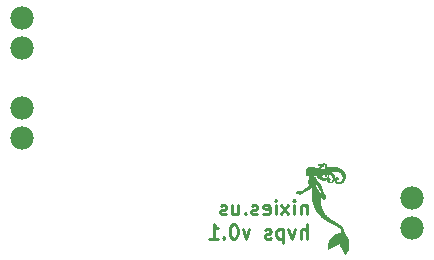
<source format=gbs>
%TF.GenerationSoftware,KiCad,Pcbnew,4.0.6*%
%TF.CreationDate,2017-10-03T21:34:55-04:00*%
%TF.ProjectId,HVPS_SMD,485650535F534D442E6B696361645F70,rev?*%
%TF.FileFunction,Soldermask,Bot*%
%FSLAX46Y46*%
G04 Gerber Fmt 4.6, Leading zero omitted, Abs format (unit mm)*
G04 Created by KiCad (PCBNEW 4.0.6) date 10/03/17 21:34:55*
%MOMM*%
%LPD*%
G01*
G04 APERTURE LIST*
%ADD10C,0.127000*%
%ADD11C,0.254000*%
%ADD12C,0.010000*%
%ADD13C,1.979600*%
G04 APERTURE END LIST*
D10*
D11*
X204438286Y-79360857D02*
X204438286Y-80160857D01*
X204438286Y-79475143D02*
X204381143Y-79418000D01*
X204266857Y-79360857D01*
X204095429Y-79360857D01*
X203981143Y-79418000D01*
X203924000Y-79532286D01*
X203924000Y-80160857D01*
X203352572Y-80160857D02*
X203352572Y-79360857D01*
X203352572Y-78960857D02*
X203409715Y-79018000D01*
X203352572Y-79075143D01*
X203295429Y-79018000D01*
X203352572Y-78960857D01*
X203352572Y-79075143D01*
X202895428Y-80160857D02*
X202266857Y-79360857D01*
X202895428Y-79360857D02*
X202266857Y-80160857D01*
X201809714Y-80160857D02*
X201809714Y-79360857D01*
X201809714Y-78960857D02*
X201866857Y-79018000D01*
X201809714Y-79075143D01*
X201752571Y-79018000D01*
X201809714Y-78960857D01*
X201809714Y-79075143D01*
X200781142Y-80103714D02*
X200895428Y-80160857D01*
X201123999Y-80160857D01*
X201238285Y-80103714D01*
X201295428Y-79989429D01*
X201295428Y-79532286D01*
X201238285Y-79418000D01*
X201123999Y-79360857D01*
X200895428Y-79360857D01*
X200781142Y-79418000D01*
X200723999Y-79532286D01*
X200723999Y-79646571D01*
X201295428Y-79760857D01*
X200266857Y-80103714D02*
X200152571Y-80160857D01*
X199923999Y-80160857D01*
X199809714Y-80103714D01*
X199752571Y-79989429D01*
X199752571Y-79932286D01*
X199809714Y-79818000D01*
X199923999Y-79760857D01*
X200095428Y-79760857D01*
X200209714Y-79703714D01*
X200266857Y-79589429D01*
X200266857Y-79532286D01*
X200209714Y-79418000D01*
X200095428Y-79360857D01*
X199923999Y-79360857D01*
X199809714Y-79418000D01*
X199238285Y-80046571D02*
X199181142Y-80103714D01*
X199238285Y-80160857D01*
X199295428Y-80103714D01*
X199238285Y-80046571D01*
X199238285Y-80160857D01*
X198152570Y-79360857D02*
X198152570Y-80160857D01*
X198666856Y-79360857D02*
X198666856Y-79989429D01*
X198609713Y-80103714D01*
X198495427Y-80160857D01*
X198323999Y-80160857D01*
X198209713Y-80103714D01*
X198152570Y-80046571D01*
X197638285Y-80103714D02*
X197523999Y-80160857D01*
X197295427Y-80160857D01*
X197181142Y-80103714D01*
X197123999Y-79989429D01*
X197123999Y-79932286D01*
X197181142Y-79818000D01*
X197295427Y-79760857D01*
X197466856Y-79760857D01*
X197581142Y-79703714D01*
X197638285Y-79589429D01*
X197638285Y-79532286D01*
X197581142Y-79418000D01*
X197466856Y-79360857D01*
X197295427Y-79360857D01*
X197181142Y-79418000D01*
X204438286Y-82214857D02*
X204438286Y-81014857D01*
X203924000Y-82214857D02*
X203924000Y-81586286D01*
X203981143Y-81472000D01*
X204095429Y-81414857D01*
X204266857Y-81414857D01*
X204381143Y-81472000D01*
X204438286Y-81529143D01*
X203466857Y-81414857D02*
X203181143Y-82214857D01*
X202895429Y-81414857D01*
X202438286Y-81414857D02*
X202438286Y-82614857D01*
X202438286Y-81472000D02*
X202324000Y-81414857D01*
X202095429Y-81414857D01*
X201981143Y-81472000D01*
X201924000Y-81529143D01*
X201866857Y-81643429D01*
X201866857Y-81986286D01*
X201924000Y-82100571D01*
X201981143Y-82157714D01*
X202095429Y-82214857D01*
X202324000Y-82214857D01*
X202438286Y-82157714D01*
X201409715Y-82157714D02*
X201295429Y-82214857D01*
X201066857Y-82214857D01*
X200952572Y-82157714D01*
X200895429Y-82043429D01*
X200895429Y-81986286D01*
X200952572Y-81872000D01*
X201066857Y-81814857D01*
X201238286Y-81814857D01*
X201352572Y-81757714D01*
X201409715Y-81643429D01*
X201409715Y-81586286D01*
X201352572Y-81472000D01*
X201238286Y-81414857D01*
X201066857Y-81414857D01*
X200952572Y-81472000D01*
X199581142Y-81414857D02*
X199295428Y-82214857D01*
X199009714Y-81414857D01*
X198323999Y-81014857D02*
X198209714Y-81014857D01*
X198095428Y-81072000D01*
X198038285Y-81129143D01*
X197981142Y-81243429D01*
X197923999Y-81472000D01*
X197923999Y-81757714D01*
X197981142Y-81986286D01*
X198038285Y-82100571D01*
X198095428Y-82157714D01*
X198209714Y-82214857D01*
X198323999Y-82214857D01*
X198438285Y-82157714D01*
X198495428Y-82100571D01*
X198552571Y-81986286D01*
X198609714Y-81757714D01*
X198609714Y-81472000D01*
X198552571Y-81243429D01*
X198495428Y-81129143D01*
X198438285Y-81072000D01*
X198323999Y-81014857D01*
X197409714Y-82100571D02*
X197352571Y-82157714D01*
X197409714Y-82214857D01*
X197466857Y-82157714D01*
X197409714Y-82100571D01*
X197409714Y-82214857D01*
X196209713Y-82214857D02*
X196895428Y-82214857D01*
X196552570Y-82214857D02*
X196552570Y-81014857D01*
X196666856Y-81186286D01*
X196781142Y-81300571D01*
X196895428Y-81357714D01*
D12*
G36*
X205850189Y-75855464D02*
X205831508Y-75857415D01*
X205827313Y-75858259D01*
X205787583Y-75871756D01*
X205755676Y-75891225D01*
X205742168Y-75903487D01*
X205724323Y-75924401D01*
X205713839Y-75944388D01*
X205709070Y-75967553D01*
X205708250Y-75988030D01*
X205708942Y-76009070D01*
X205711876Y-76024251D01*
X205718346Y-76038252D01*
X205725062Y-76048941D01*
X205744859Y-76071234D01*
X205768002Y-76084744D01*
X205792859Y-76089038D01*
X205817801Y-76083687D01*
X205830499Y-76076790D01*
X205841432Y-76068237D01*
X205847094Y-76058974D01*
X205849551Y-76044847D01*
X205850068Y-76037430D01*
X205850352Y-76020523D01*
X205848096Y-76010867D01*
X205842413Y-76005257D01*
X205840916Y-76004408D01*
X205827535Y-76001216D01*
X205816559Y-76002078D01*
X205807033Y-76006119D01*
X205805081Y-76013877D01*
X205806177Y-76020223D01*
X205806711Y-76032847D01*
X205802094Y-76038099D01*
X205793922Y-76036765D01*
X205783789Y-76029631D01*
X205773287Y-76017480D01*
X205764011Y-76001100D01*
X205763104Y-75999003D01*
X205758582Y-75985635D01*
X205758713Y-75974300D01*
X205763533Y-75959315D01*
X205779357Y-75930141D01*
X205802748Y-75907074D01*
X205816836Y-75897784D01*
X205830084Y-75891198D01*
X205844252Y-75887377D01*
X205862866Y-75885635D01*
X205881288Y-75885284D01*
X205907147Y-75886089D01*
X205924394Y-75888606D01*
X205931294Y-75891760D01*
X205940648Y-75897561D01*
X205944728Y-75898374D01*
X205955165Y-75902395D01*
X205969163Y-75912935D01*
X205984406Y-75927709D01*
X205998579Y-75944436D01*
X206009367Y-75960831D01*
X206010717Y-75963458D01*
X206018883Y-75980288D01*
X206026332Y-75995749D01*
X206030088Y-76008889D01*
X206032384Y-76030133D01*
X206033310Y-76060486D01*
X206033318Y-76075124D01*
X206033026Y-76102500D01*
X206032145Y-76122285D01*
X206030111Y-76137471D01*
X206026359Y-76151051D01*
X206020324Y-76166017D01*
X206013250Y-76181479D01*
X205988753Y-76223765D01*
X205957300Y-76259730D01*
X205918325Y-76289760D01*
X205871264Y-76314241D01*
X205815553Y-76333559D01*
X205777042Y-76342980D01*
X205747634Y-76346773D01*
X205710805Y-76347737D01*
X205669281Y-76346054D01*
X205625788Y-76341910D01*
X205583049Y-76335487D01*
X205545313Y-76327362D01*
X205524845Y-76321139D01*
X205506151Y-76313737D01*
X205490722Y-76306055D01*
X205480047Y-76298994D01*
X205475615Y-76293453D01*
X205478918Y-76290333D01*
X205483403Y-76289958D01*
X205493351Y-76286781D01*
X205509167Y-76278266D01*
X205528665Y-76265940D01*
X205549656Y-76251327D01*
X205569953Y-76235954D01*
X205587368Y-76221345D01*
X205599714Y-76209027D01*
X205600080Y-76208593D01*
X205620173Y-76182836D01*
X205634775Y-76159162D01*
X205645111Y-76134537D01*
X205652403Y-76105929D01*
X205657873Y-76070306D01*
X205658731Y-76063151D01*
X205658775Y-76029481D01*
X205652304Y-75993561D01*
X205640392Y-75958731D01*
X205624115Y-75928334D01*
X205609645Y-75910413D01*
X205582288Y-75889754D01*
X205550549Y-75876678D01*
X205516674Y-75871291D01*
X205482911Y-75873696D01*
X205451505Y-75883997D01*
X205425146Y-75901884D01*
X205410257Y-75920011D01*
X205402842Y-75941267D01*
X205401334Y-75961426D01*
X205402530Y-75979322D01*
X205407582Y-75992321D01*
X205418690Y-76005981D01*
X205419157Y-76006477D01*
X205434338Y-76019720D01*
X205448474Y-76025050D01*
X205453552Y-76025375D01*
X205472092Y-76020731D01*
X205485435Y-76008353D01*
X205491218Y-75990569D01*
X205491292Y-75988167D01*
X205488195Y-75973928D01*
X205480311Y-75968185D01*
X205469753Y-75971762D01*
X205463980Y-75977490D01*
X205455881Y-75985424D01*
X205449297Y-75985170D01*
X205446283Y-75983016D01*
X205440309Y-75972091D01*
X205438691Y-75955475D01*
X205441458Y-75937137D01*
X205445862Y-75925706D01*
X205456291Y-75912327D01*
X205467844Y-75903479D01*
X205485958Y-75897964D01*
X205508943Y-75896402D01*
X205531868Y-75898756D01*
X205548095Y-75904051D01*
X205568631Y-75917591D01*
X205588039Y-75935328D01*
X205602516Y-75953644D01*
X205605130Y-75958307D01*
X205608893Y-75970698D01*
X205611492Y-75988535D01*
X205612845Y-76008782D01*
X205612872Y-76028400D01*
X205611490Y-76044352D01*
X205608619Y-76053600D01*
X205607709Y-76054479D01*
X205603613Y-76061773D01*
X205602417Y-76070666D01*
X205600566Y-76080460D01*
X205597125Y-76083583D01*
X205592044Y-76087656D01*
X205591834Y-76089228D01*
X205588631Y-76096995D01*
X205580349Y-76109875D01*
X205568978Y-76125106D01*
X205556508Y-76139926D01*
X205551309Y-76145479D01*
X205534192Y-76159819D01*
X205510034Y-76175914D01*
X205481808Y-76192102D01*
X205452490Y-76206722D01*
X205425055Y-76218114D01*
X205415437Y-76221344D01*
X205353492Y-76236470D01*
X205294992Y-76242341D01*
X205238500Y-76238784D01*
X205182577Y-76225624D01*
X205125784Y-76202690D01*
X205086480Y-76181741D01*
X205049648Y-76160960D01*
X205018875Y-76145442D01*
X204991499Y-76134448D01*
X204964861Y-76127241D01*
X204936300Y-76123083D01*
X204903157Y-76121236D01*
X204867238Y-76120940D01*
X204837171Y-76121404D01*
X204808525Y-76122457D01*
X204784110Y-76123953D01*
X204766732Y-76125750D01*
X204763688Y-76126254D01*
X204742749Y-76130057D01*
X204718434Y-76134261D01*
X204705480Y-76136412D01*
X204683563Y-76140282D01*
X204661891Y-76144593D01*
X204651240Y-76146974D01*
X204624466Y-76153426D01*
X204605732Y-76158019D01*
X204592780Y-76161335D01*
X204583351Y-76163956D01*
X204575190Y-76166466D01*
X204573188Y-76167110D01*
X204536946Y-76181827D01*
X204504387Y-76200783D01*
X204476876Y-76222716D01*
X204455778Y-76246364D01*
X204442460Y-76270464D01*
X204438251Y-76291913D01*
X204436035Y-76311040D01*
X204430068Y-76335707D01*
X204421366Y-76362004D01*
X204417400Y-76371979D01*
X204406972Y-76405079D01*
X204401656Y-76440111D01*
X204401299Y-76455817D01*
X204401794Y-76476551D01*
X204401378Y-76488682D01*
X204399495Y-76494185D01*
X204395589Y-76495034D01*
X204390625Y-76493687D01*
X204381754Y-76492437D01*
X204381454Y-76496683D01*
X204389621Y-76505859D01*
X204393503Y-76509314D01*
X204402432Y-76518708D01*
X204403871Y-76527493D01*
X204401594Y-76535006D01*
X204394002Y-76546562D01*
X204381154Y-76559150D01*
X204375105Y-76563743D01*
X204359408Y-76577558D01*
X204353947Y-76590959D01*
X204358688Y-76605104D01*
X204373428Y-76621003D01*
X204385046Y-76632121D01*
X204389129Y-76639375D01*
X204386852Y-76644908D01*
X204386657Y-76645111D01*
X204382110Y-76655627D01*
X204380288Y-76672415D01*
X204381229Y-76691510D01*
X204384973Y-76708949D01*
X204385993Y-76711719D01*
X204398958Y-76745822D01*
X204407223Y-76772240D01*
X204411236Y-76792532D01*
X204411792Y-76801694D01*
X204415365Y-76816911D01*
X204426344Y-76827776D01*
X204433256Y-76831686D01*
X204441722Y-76834339D01*
X204453670Y-76835915D01*
X204471029Y-76836590D01*
X204495727Y-76836543D01*
X204517625Y-76836191D01*
X204548270Y-76835745D01*
X204570341Y-76835888D01*
X204585843Y-76836814D01*
X204596779Y-76838721D01*
X204605151Y-76841804D01*
X204611553Y-76845374D01*
X204622732Y-76854225D01*
X204628526Y-76862595D01*
X204628750Y-76864026D01*
X204631137Y-76871124D01*
X204633195Y-76872041D01*
X204637799Y-76876902D01*
X204643084Y-76889908D01*
X204648497Y-76908692D01*
X204653485Y-76930888D01*
X204657494Y-76954129D01*
X204659972Y-76976049D01*
X204660500Y-76988868D01*
X204659126Y-77014797D01*
X204655411Y-77046477D01*
X204649968Y-77079496D01*
X204644224Y-77106197D01*
X204631339Y-77155957D01*
X204619668Y-77195685D01*
X204609071Y-77225844D01*
X204607707Y-77229229D01*
X204602987Y-77241487D01*
X204597364Y-77257045D01*
X204596914Y-77258333D01*
X204588279Y-77281191D01*
X204577093Y-77306979D01*
X204562112Y-77338537D01*
X204558622Y-77345645D01*
X204549037Y-77369957D01*
X204543298Y-77394776D01*
X204541652Y-77417452D01*
X204544348Y-77435340D01*
X204549439Y-77444091D01*
X204559814Y-77452984D01*
X204574147Y-77463926D01*
X204589745Y-77475032D01*
X204603913Y-77484419D01*
X204613956Y-77490203D01*
X204616768Y-77491166D01*
X204624614Y-77494990D01*
X204635792Y-77504534D01*
X204647481Y-77516910D01*
X204656860Y-77529227D01*
X204660387Y-77535846D01*
X204662782Y-77555707D01*
X204656541Y-77580658D01*
X204655315Y-77583770D01*
X204646207Y-77605209D01*
X204634870Y-77630457D01*
X204622235Y-77657597D01*
X204609234Y-77684716D01*
X204596798Y-77709900D01*
X204585858Y-77731233D01*
X204577347Y-77746802D01*
X204572196Y-77754692D01*
X204572089Y-77754805D01*
X204566263Y-77762574D01*
X204565250Y-77765589D01*
X204561298Y-77773046D01*
X204550578Y-77785274D01*
X204534794Y-77800704D01*
X204515649Y-77817765D01*
X204494849Y-77834887D01*
X204474097Y-77850499D01*
X204470000Y-77853372D01*
X204454519Y-77864526D01*
X204434178Y-77879821D01*
X204410749Y-77897853D01*
X204386006Y-77917217D01*
X204361723Y-77936511D01*
X204339673Y-77954331D01*
X204321630Y-77969272D01*
X204309367Y-77979932D01*
X204305959Y-77983215D01*
X204300469Y-77987739D01*
X204289441Y-77996154D01*
X204282146Y-78001570D01*
X204267926Y-78012521D01*
X204256358Y-78022268D01*
X204253042Y-78025437D01*
X204245834Y-78031681D01*
X204231970Y-78042674D01*
X204213375Y-78056970D01*
X204191971Y-78073119D01*
X204169683Y-78089674D01*
X204148434Y-78105186D01*
X204130146Y-78118207D01*
X204126042Y-78121056D01*
X204111580Y-78131578D01*
X204099266Y-78141441D01*
X204097328Y-78143160D01*
X204085665Y-78151649D01*
X204077484Y-78155566D01*
X204069451Y-78159883D01*
X204067834Y-78162577D01*
X204063412Y-78166865D01*
X204052465Y-78172497D01*
X204049313Y-78173791D01*
X204037338Y-78179407D01*
X204031063Y-78184138D01*
X204030792Y-78184900D01*
X204026221Y-78188499D01*
X204014148Y-78194475D01*
X203997033Y-78201630D01*
X203994176Y-78202733D01*
X203978060Y-78208576D01*
X203964196Y-78212438D01*
X203949802Y-78214643D01*
X203932093Y-78215517D01*
X203908286Y-78215385D01*
X203889666Y-78214952D01*
X203855523Y-78213334D01*
X203816409Y-78210348D01*
X203777779Y-78206461D01*
X203752274Y-78203215D01*
X203722120Y-78199110D01*
X203699490Y-78196744D01*
X203681480Y-78196036D01*
X203665188Y-78196905D01*
X203647712Y-78199269D01*
X203642472Y-78200144D01*
X203621596Y-78204139D01*
X203609253Y-78207848D01*
X203603448Y-78212098D01*
X203602167Y-78216873D01*
X203603492Y-78222283D01*
X203609014Y-78225268D01*
X203621056Y-78226509D01*
X203635591Y-78226708D01*
X203659236Y-78227697D01*
X203684762Y-78230337D01*
X203708967Y-78234134D01*
X203728645Y-78238596D01*
X203739750Y-78242724D01*
X203743696Y-78245566D01*
X203743171Y-78247943D01*
X203736836Y-78250248D01*
X203723348Y-78252875D01*
X203701366Y-78256220D01*
X203686834Y-78258275D01*
X203658253Y-78262714D01*
X203636017Y-78267508D01*
X203615913Y-78273774D01*
X203593730Y-78282630D01*
X203591584Y-78283551D01*
X203575121Y-78291942D01*
X203559127Y-78302191D01*
X203546280Y-78312332D01*
X203539255Y-78320398D01*
X203538667Y-78322409D01*
X203543257Y-78324665D01*
X203554719Y-78324989D01*
X203569598Y-78323748D01*
X203584434Y-78321306D01*
X203595771Y-78318030D01*
X203599257Y-78316009D01*
X203608325Y-78312170D01*
X203615396Y-78311374D01*
X203627183Y-78308828D01*
X203632214Y-78305669D01*
X203641239Y-78302154D01*
X203653116Y-78302016D01*
X203662864Y-78303781D01*
X203662971Y-78305871D01*
X203657730Y-78308201D01*
X203630940Y-78318871D01*
X203611890Y-78327106D01*
X203598357Y-78334036D01*
X203588115Y-78340791D01*
X203579678Y-78347831D01*
X203570147Y-78357500D01*
X203565285Y-78364501D01*
X203565125Y-78365281D01*
X203569546Y-78369413D01*
X203581902Y-78368775D01*
X203600838Y-78363662D01*
X203624995Y-78354369D01*
X203634222Y-78350280D01*
X203656138Y-78341062D01*
X203671774Y-78336093D01*
X203680327Y-78335407D01*
X203680989Y-78339041D01*
X203672956Y-78347030D01*
X203670880Y-78348660D01*
X203659763Y-78355859D01*
X203651681Y-78358882D01*
X203645199Y-78363286D01*
X203640124Y-78372676D01*
X203639209Y-78377953D01*
X203643484Y-78380698D01*
X203654495Y-78379608D01*
X203669518Y-78375592D01*
X203685829Y-78369564D01*
X203700704Y-78362434D01*
X203711420Y-78355113D01*
X203713292Y-78353167D01*
X203720298Y-78348712D01*
X203734313Y-78342211D01*
X203752305Y-78334963D01*
X203771244Y-78328268D01*
X203771876Y-78328063D01*
X203788310Y-78324539D01*
X203809226Y-78322333D01*
X203820688Y-78321958D01*
X203838097Y-78322442D01*
X203848193Y-78324747D01*
X203854232Y-78330147D01*
X203857817Y-78336510D01*
X203861713Y-78350215D01*
X203858421Y-78363126D01*
X203847098Y-78376557D01*
X203826899Y-78391821D01*
X203818986Y-78396952D01*
X203797648Y-78410827D01*
X203783672Y-78421278D01*
X203775242Y-78430152D01*
X203770541Y-78439294D01*
X203768122Y-78448651D01*
X203767225Y-78460878D01*
X203771479Y-78465373D01*
X203772162Y-78465460D01*
X203789877Y-78463995D01*
X203802337Y-78455919D01*
X203812709Y-78448543D01*
X203830321Y-78438954D01*
X203852427Y-78428450D01*
X203876283Y-78418329D01*
X203899143Y-78409886D01*
X203901146Y-78409224D01*
X203938899Y-78395391D01*
X203968693Y-78380619D01*
X203993130Y-78363270D01*
X204014811Y-78341706D01*
X204022092Y-78333030D01*
X204037780Y-78314684D01*
X204053395Y-78298207D01*
X204066180Y-78286458D01*
X204069008Y-78284314D01*
X204080691Y-78275787D01*
X204088164Y-78269654D01*
X204089000Y-78268764D01*
X204095776Y-78263394D01*
X204110070Y-78254206D01*
X204130015Y-78242271D01*
X204153741Y-78228657D01*
X204179381Y-78214435D01*
X204205064Y-78200674D01*
X204228924Y-78188443D01*
X204231875Y-78186981D01*
X204279447Y-78163160D01*
X204320717Y-78141604D01*
X204359143Y-78120480D01*
X204385334Y-78105470D01*
X204402138Y-78096064D01*
X204416352Y-78088752D01*
X204423698Y-78085571D01*
X204431518Y-78080882D01*
X204432959Y-78077924D01*
X204437054Y-78073438D01*
X204438650Y-78073250D01*
X204445545Y-78070632D01*
X204459537Y-78063481D01*
X204478735Y-78052849D01*
X204501247Y-78039788D01*
X204525181Y-78025350D01*
X204528919Y-78023043D01*
X204538162Y-78017374D01*
X204552644Y-78008548D01*
X204563314Y-78002066D01*
X204577817Y-77993051D01*
X204588287Y-77986140D01*
X204591709Y-77983515D01*
X204597184Y-77978883D01*
X204608182Y-77970350D01*
X204615521Y-77964830D01*
X204632944Y-77951726D01*
X204646314Y-77941119D01*
X204658351Y-77930609D01*
X204671778Y-77917794D01*
X204689316Y-77900275D01*
X204693573Y-77895979D01*
X204712309Y-77875797D01*
X204730527Y-77854042D01*
X204745174Y-77834426D01*
X204749043Y-77828510D01*
X204759542Y-77813121D01*
X204768904Y-77802179D01*
X204775023Y-77798083D01*
X204781582Y-77800431D01*
X204782215Y-77802052D01*
X204785373Y-77808283D01*
X204793182Y-77818706D01*
X204795444Y-77821395D01*
X204803976Y-77832141D01*
X204808465Y-77839402D01*
X204808667Y-77840241D01*
X204811884Y-77846320D01*
X204818153Y-77853970D01*
X204828642Y-77868656D01*
X204840879Y-77891009D01*
X204853784Y-77918494D01*
X204866280Y-77948579D01*
X204877286Y-77978732D01*
X204885725Y-78006419D01*
X204889014Y-78020333D01*
X204898028Y-78066638D01*
X204904672Y-78105635D01*
X204909210Y-78140265D01*
X204911907Y-78173470D01*
X204913028Y-78208191D01*
X204912838Y-78247370D01*
X204912126Y-78276979D01*
X204911044Y-78310664D01*
X204909846Y-78341856D01*
X204908623Y-78368578D01*
X204907466Y-78388856D01*
X204906466Y-78400716D01*
X204906383Y-78401333D01*
X204905571Y-78411446D01*
X204904642Y-78430553D01*
X204903650Y-78457061D01*
X204902647Y-78489383D01*
X204901690Y-78525929D01*
X204900830Y-78565109D01*
X204900824Y-78565375D01*
X204900012Y-78612421D01*
X204899686Y-78651221D01*
X204899925Y-78684100D01*
X204900810Y-78713388D01*
X204902421Y-78741413D01*
X204904836Y-78770502D01*
X204908137Y-78802983D01*
X204909350Y-78814083D01*
X204915916Y-78872180D01*
X204921824Y-78921321D01*
X204927318Y-78963097D01*
X204932644Y-78999098D01*
X204938044Y-79030912D01*
X204943765Y-79060130D01*
X204950051Y-79088340D01*
X204954115Y-79105125D01*
X204960206Y-79130338D01*
X204965587Y-79153871D01*
X204969538Y-79172511D01*
X204971027Y-79180660D01*
X204974144Y-79194292D01*
X204977915Y-79202719D01*
X204978715Y-79203462D01*
X204982408Y-79210445D01*
X204983331Y-79217885D01*
X204984972Y-79227617D01*
X204989365Y-79244640D01*
X204995774Y-79266254D01*
X205000972Y-79282395D01*
X205009233Y-79307466D01*
X205017040Y-79331565D01*
X205023261Y-79351181D01*
X205025698Y-79359125D01*
X205030622Y-79374470D01*
X205034809Y-79385658D01*
X205036058Y-79388229D01*
X205039664Y-79396304D01*
X205044705Y-79409980D01*
X205046298Y-79414687D01*
X205053050Y-79433724D01*
X205060331Y-79452375D01*
X205061170Y-79454375D01*
X205068028Y-79470679D01*
X205074056Y-79485260D01*
X205074407Y-79486125D01*
X205080351Y-79499893D01*
X205084451Y-79508542D01*
X205088426Y-79518937D01*
X205089125Y-79523158D01*
X205091361Y-79529816D01*
X205097572Y-79544404D01*
X205107018Y-79565378D01*
X205118958Y-79591194D01*
X205132651Y-79620309D01*
X205147356Y-79651178D01*
X205162332Y-79682257D01*
X205176838Y-79712002D01*
X205190133Y-79738870D01*
X205201477Y-79761316D01*
X205210127Y-79777797D01*
X205215344Y-79786769D01*
X205216112Y-79787750D01*
X205219960Y-79793585D01*
X205226861Y-79805579D01*
X205231585Y-79814208D01*
X205244333Y-79836639D01*
X205261191Y-79864506D01*
X205280705Y-79895573D01*
X205301419Y-79927607D01*
X205321879Y-79958373D01*
X205340630Y-79985639D01*
X205356216Y-80007168D01*
X205362536Y-80015291D01*
X205368180Y-80022433D01*
X205378780Y-80035992D01*
X205392812Y-80054014D01*
X205408577Y-80074321D01*
X205480732Y-80160586D01*
X205561677Y-80244902D01*
X205649618Y-80325433D01*
X205673862Y-80345902D01*
X205689236Y-80358736D01*
X205701272Y-80368925D01*
X205707788Y-80374619D01*
X205708250Y-80375070D01*
X205713360Y-80379212D01*
X205725095Y-80388190D01*
X205741559Y-80400566D01*
X205755875Y-80411215D01*
X205775497Y-80425811D01*
X205792654Y-80438688D01*
X205805097Y-80448151D01*
X205809766Y-80451811D01*
X205820652Y-80459914D01*
X205833578Y-80468659D01*
X205847571Y-80478492D01*
X205858738Y-80487530D01*
X205868150Y-80494562D01*
X205873772Y-80496833D01*
X205880177Y-80500028D01*
X205891494Y-80508231D01*
X205900185Y-80515354D01*
X205913046Y-80525711D01*
X205922853Y-80532433D01*
X205926243Y-80533875D01*
X205932136Y-80536527D01*
X205943973Y-80543300D01*
X205958910Y-80552419D01*
X205974104Y-80562106D01*
X205986711Y-80570585D01*
X205993887Y-80576081D01*
X205994000Y-80576193D01*
X206000129Y-80580521D01*
X206009875Y-80586378D01*
X206019011Y-80591765D01*
X206035175Y-80601485D01*
X206056376Y-80614333D01*
X206080623Y-80629104D01*
X206090801Y-80635326D01*
X206114553Y-80649777D01*
X206134952Y-80662032D01*
X206150378Y-80671130D01*
X206159207Y-80676106D01*
X206160632Y-80676750D01*
X206165902Y-80679229D01*
X206177818Y-80685768D01*
X206193931Y-80695017D01*
X206195991Y-80696222D01*
X206223603Y-80712148D01*
X206253048Y-80728703D01*
X206281493Y-80744327D01*
X206306106Y-80757464D01*
X206322084Y-80765599D01*
X206334632Y-80772090D01*
X206342484Y-80776821D01*
X206343250Y-80777468D01*
X206348786Y-80780903D01*
X206361692Y-80787989D01*
X206379891Y-80797607D01*
X206396167Y-80806013D01*
X206445322Y-80831179D01*
X206489845Y-80854001D01*
X206528951Y-80874075D01*
X206561854Y-80890998D01*
X206587769Y-80904365D01*
X206605910Y-80913772D01*
X206615492Y-80918816D01*
X206615968Y-80919075D01*
X206625048Y-80923813D01*
X206640987Y-80931904D01*
X206661153Y-80942017D01*
X206673980Y-80948400D01*
X206748231Y-80985750D01*
X206813520Y-81019707D01*
X206870734Y-81050745D01*
X206920760Y-81079342D01*
X206943855Y-81093177D01*
X206957458Y-81100801D01*
X206965021Y-81104597D01*
X206972412Y-81108911D01*
X206986579Y-81117876D01*
X207005874Y-81130392D01*
X207028647Y-81145359D01*
X207053250Y-81161677D01*
X207078035Y-81178246D01*
X207101352Y-81193966D01*
X207121552Y-81207737D01*
X207136988Y-81218460D01*
X207146009Y-81225033D01*
X207147584Y-81226400D01*
X207152830Y-81231217D01*
X207163881Y-81240472D01*
X207176688Y-81250833D01*
X207236914Y-81304393D01*
X207288218Y-81361685D01*
X207330288Y-81422180D01*
X207362811Y-81485346D01*
X207385476Y-81550651D01*
X207397971Y-81617566D01*
X207399115Y-81629720D01*
X207400533Y-81650291D01*
X207400389Y-81663010D01*
X207398178Y-81670555D01*
X207393396Y-81675606D01*
X207390028Y-81677937D01*
X207375982Y-81684507D01*
X207359365Y-81689056D01*
X207359229Y-81689079D01*
X207319691Y-81696475D01*
X207285964Y-81704738D01*
X207261355Y-81712271D01*
X207239487Y-81719356D01*
X207213337Y-81727616D01*
X207189917Y-81734850D01*
X207169468Y-81741199D01*
X207151909Y-81746877D01*
X207140608Y-81750790D01*
X207139646Y-81751164D01*
X207129724Y-81754949D01*
X207113121Y-81761103D01*
X207093116Y-81768411D01*
X207089375Y-81769766D01*
X207070039Y-81777094D01*
X207054481Y-81783598D01*
X207045496Y-81788093D01*
X207044661Y-81788711D01*
X207035071Y-81792984D01*
X207031987Y-81793291D01*
X207023849Y-81795561D01*
X207008251Y-81801762D01*
X206987145Y-81810983D01*
X206962482Y-81822313D01*
X206936213Y-81834840D01*
X206910289Y-81847653D01*
X206886661Y-81859841D01*
X206869771Y-81869067D01*
X206846183Y-81882619D01*
X206821406Y-81897128D01*
X206797964Y-81911090D01*
X206778386Y-81922997D01*
X206765196Y-81931344D01*
X206764227Y-81931991D01*
X206712370Y-81969492D01*
X206659658Y-82012257D01*
X206608528Y-82058070D01*
X206561416Y-82104712D01*
X206520759Y-82149968D01*
X206509579Y-82163708D01*
X206495634Y-82181018D01*
X206483971Y-82194902D01*
X206476232Y-82203434D01*
X206474219Y-82205159D01*
X206470295Y-82211213D01*
X206470250Y-82211995D01*
X206466953Y-82219170D01*
X206459419Y-82228694D01*
X206451795Y-82238595D01*
X206440492Y-82255331D01*
X206426985Y-82276494D01*
X206412751Y-82299677D01*
X206399266Y-82322472D01*
X206388004Y-82342471D01*
X206380442Y-82357265D01*
X206379956Y-82358342D01*
X206373925Y-82369667D01*
X206368953Y-82375251D01*
X206368417Y-82375375D01*
X206364764Y-82379622D01*
X206364417Y-82382524D01*
X206362063Y-82391010D01*
X206356037Y-82404934D01*
X206351188Y-82414554D01*
X206343676Y-82429966D01*
X206338883Y-82442270D01*
X206337959Y-82446651D01*
X206335504Y-82454410D01*
X206333990Y-82455631D01*
X206330351Y-82461354D01*
X206324475Y-82475051D01*
X206317118Y-82494545D01*
X206309034Y-82517659D01*
X206300976Y-82542215D01*
X206293700Y-82566036D01*
X206287958Y-82586944D01*
X206286645Y-82592333D01*
X206281816Y-82611772D01*
X206277227Y-82628259D01*
X206274210Y-82637312D01*
X206270349Y-82649934D01*
X206267065Y-82665847D01*
X206266977Y-82666416D01*
X206264973Y-82678953D01*
X206261675Y-82699065D01*
X206257554Y-82723892D01*
X206253442Y-82748437D01*
X206249507Y-82774522D01*
X206246552Y-82801135D01*
X206244442Y-82830460D01*
X206243041Y-82864680D01*
X206242217Y-82905977D01*
X206241941Y-82935237D01*
X206241907Y-82970428D01*
X206242253Y-83002114D01*
X206242932Y-83028753D01*
X206243895Y-83048800D01*
X206245095Y-83060711D01*
X206245888Y-83063290D01*
X206252103Y-83062466D01*
X206265593Y-83056213D01*
X206285010Y-83045235D01*
X206308209Y-83030752D01*
X206350878Y-83003892D01*
X206393415Y-82978850D01*
X206438041Y-82954433D01*
X206486976Y-82929450D01*
X206542440Y-82902710D01*
X206576084Y-82887031D01*
X206611498Y-82870758D01*
X206640275Y-82857687D01*
X206661644Y-82848160D01*
X206674839Y-82842522D01*
X206679017Y-82841041D01*
X206684473Y-82839007D01*
X206697202Y-82833577D01*
X206714855Y-82825764D01*
X206722541Y-82822302D01*
X206742860Y-82813131D01*
X206760504Y-82805218D01*
X206772456Y-82799914D01*
X206774521Y-82799016D01*
X206785356Y-82794316D01*
X206801412Y-82787299D01*
X206811563Y-82782846D01*
X206843212Y-82769021D01*
X206866364Y-82759101D01*
X206882151Y-82752604D01*
X206885646Y-82751240D01*
X206901695Y-82744354D01*
X206924193Y-82733752D01*
X206950338Y-82720857D01*
X206977325Y-82707089D01*
X207002352Y-82693868D01*
X207022614Y-82682616D01*
X207031167Y-82677495D01*
X207047640Y-82665718D01*
X207066817Y-82649816D01*
X207087061Y-82631427D01*
X207106737Y-82612188D01*
X207124209Y-82593736D01*
X207137840Y-82577708D01*
X207145994Y-82565743D01*
X207147584Y-82560984D01*
X207151494Y-82554639D01*
X207151991Y-82554409D01*
X207157019Y-82549200D01*
X207165403Y-82537700D01*
X207175276Y-82522826D01*
X207184775Y-82507494D01*
X207192035Y-82494619D01*
X207195190Y-82487117D01*
X207195209Y-82486838D01*
X207199000Y-82480529D01*
X207199427Y-82480326D01*
X207204013Y-82474910D01*
X207211025Y-82463059D01*
X207215297Y-82454750D01*
X207221863Y-82442311D01*
X207226169Y-82436024D01*
X207227124Y-82436229D01*
X207227267Y-82443002D01*
X207227556Y-82458563D01*
X207227961Y-82481114D01*
X207228448Y-82508861D01*
X207228930Y-82536770D01*
X207230484Y-82588059D01*
X207233614Y-82631125D01*
X207238909Y-82668285D01*
X207246955Y-82701855D01*
X207258341Y-82734149D01*
X207273655Y-82767482D01*
X207293484Y-82804172D01*
X207299473Y-82814583D01*
X207308516Y-82829851D01*
X207321792Y-82851887D01*
X207337945Y-82878473D01*
X207355616Y-82907392D01*
X207373447Y-82936427D01*
X207390079Y-82963361D01*
X207404156Y-82985975D01*
X207413782Y-83001217D01*
X207423574Y-83016882D01*
X207430588Y-83028817D01*
X207433333Y-83034482D01*
X207433334Y-83034513D01*
X207436332Y-83040428D01*
X207438875Y-83043671D01*
X207445955Y-83053037D01*
X207455360Y-83066955D01*
X207465309Y-83082578D01*
X207474021Y-83097061D01*
X207479717Y-83107559D01*
X207480959Y-83110937D01*
X207484841Y-83117012D01*
X207485012Y-83117090D01*
X207489670Y-83122360D01*
X207497600Y-83134128D01*
X207507113Y-83149543D01*
X207516522Y-83165754D01*
X207524137Y-83179911D01*
X207528271Y-83189162D01*
X207528584Y-83190670D01*
X207531830Y-83195534D01*
X207532553Y-83195624D01*
X207537608Y-83199852D01*
X207542270Y-83207530D01*
X207546700Y-83216499D01*
X207554831Y-83232801D01*
X207565602Y-83254313D01*
X207577953Y-83278918D01*
X207581283Y-83285541D01*
X207595714Y-83314357D01*
X207606369Y-83336018D01*
X207614301Y-83352791D01*
X207620561Y-83366940D01*
X207626201Y-83380728D01*
X207629834Y-83390052D01*
X207635776Y-83405191D01*
X207639260Y-83413864D01*
X207643532Y-83425565D01*
X207649292Y-83442799D01*
X207653124Y-83454875D01*
X207661107Y-83479123D01*
X207667605Y-83493974D01*
X207673629Y-83500317D01*
X207680196Y-83499039D01*
X207688317Y-83491026D01*
X207690851Y-83487896D01*
X207701996Y-83474041D01*
X207712018Y-83461935D01*
X207727304Y-83443747D01*
X207738524Y-83429890D01*
X207748557Y-83416711D01*
X207759096Y-83402209D01*
X207768907Y-83387672D01*
X207775513Y-83376198D01*
X207777292Y-83371340D01*
X207780744Y-83364549D01*
X207781700Y-83364034D01*
X207787879Y-83357832D01*
X207797580Y-83343612D01*
X207809942Y-83322993D01*
X207824108Y-83297592D01*
X207839218Y-83269026D01*
X207854415Y-83238913D01*
X207868841Y-83208871D01*
X207881636Y-83180517D01*
X207890750Y-83158541D01*
X207897337Y-83142335D01*
X207903097Y-83129143D01*
X207904835Y-83125540D01*
X207908998Y-83112106D01*
X207909584Y-83106009D01*
X207911998Y-83095849D01*
X207914875Y-83092395D01*
X207919009Y-83085083D01*
X207920167Y-83076520D01*
X207921935Y-83065601D01*
X207924874Y-83061007D01*
X207928860Y-83054217D01*
X207932111Y-83041716D01*
X207932250Y-83040851D01*
X207935334Y-83025797D01*
X207940297Y-83006190D01*
X207943624Y-82994500D01*
X207948421Y-82977705D01*
X207952851Y-82960208D01*
X207957465Y-82939549D01*
X207962814Y-82913268D01*
X207969103Y-82880729D01*
X207971118Y-82864184D01*
X207972738Y-82839034D01*
X207973964Y-82807127D01*
X207974796Y-82770317D01*
X207975236Y-82730454D01*
X207975284Y-82689389D01*
X207974942Y-82648973D01*
X207974210Y-82611059D01*
X207973090Y-82577496D01*
X207971582Y-82550137D01*
X207969689Y-82530833D01*
X207968907Y-82526187D01*
X207964408Y-82504018D01*
X207959897Y-82481736D01*
X207957653Y-82470625D01*
X207953154Y-82451216D01*
X207947107Y-82428624D01*
X207943886Y-82417708D01*
X207938304Y-82398055D01*
X207933835Y-82379617D01*
X207932250Y-82371357D01*
X207929104Y-82358658D01*
X207925113Y-82351367D01*
X207924874Y-82351201D01*
X207921205Y-82344199D01*
X207920167Y-82335687D01*
X207918170Y-82324606D01*
X207914875Y-82319812D01*
X207910441Y-82312353D01*
X207909584Y-82306199D01*
X207907167Y-82292351D01*
X207904938Y-82286667D01*
X207895974Y-82267529D01*
X207888574Y-82249201D01*
X207883995Y-82234971D01*
X207883125Y-82229674D01*
X207880211Y-82222748D01*
X207877834Y-82221916D01*
X207872838Y-82217784D01*
X207872542Y-82215757D01*
X207870029Y-82205598D01*
X207863034Y-82187966D01*
X207852376Y-82164552D01*
X207838874Y-82137043D01*
X207823348Y-82107128D01*
X207806615Y-82076495D01*
X207795989Y-82057875D01*
X207784739Y-82038493D01*
X207774325Y-82020511D01*
X207766972Y-82007766D01*
X207766878Y-82007604D01*
X207760802Y-81997895D01*
X207750596Y-81982470D01*
X207737613Y-81963284D01*
X207723206Y-81942291D01*
X207708728Y-81921446D01*
X207695532Y-81902702D01*
X207684969Y-81888015D01*
X207678394Y-81879337D01*
X207677149Y-81877958D01*
X207672415Y-81872477D01*
X207663820Y-81861467D01*
X207658310Y-81854145D01*
X207637344Y-81827459D01*
X207614083Y-81801196D01*
X207597055Y-81783423D01*
X207579724Y-81764815D01*
X207568877Y-81749706D01*
X207563021Y-81734635D01*
X207560663Y-81716143D01*
X207560294Y-81698187D01*
X207558985Y-81666889D01*
X207555457Y-81631483D01*
X207550224Y-81595327D01*
X207543800Y-81561777D01*
X207536697Y-81534193D01*
X207533961Y-81526062D01*
X207529846Y-81514204D01*
X207524579Y-81498155D01*
X207523354Y-81494312D01*
X207518279Y-81480164D01*
X207510761Y-81461422D01*
X207501898Y-81440569D01*
X207492790Y-81420087D01*
X207484537Y-81402458D01*
X207478237Y-81390167D01*
X207475328Y-81385833D01*
X207470622Y-81379578D01*
X207465123Y-81369958D01*
X207456342Y-81354550D01*
X207444322Y-81335415D01*
X207431213Y-81315774D01*
X207419167Y-81298852D01*
X207410395Y-81287937D01*
X207400701Y-81276808D01*
X207389115Y-81262534D01*
X207386492Y-81259166D01*
X207375995Y-81246837D01*
X207359820Y-81229341D01*
X207340010Y-81208751D01*
X207318607Y-81187137D01*
X207297655Y-81166571D01*
X207279197Y-81149124D01*
X207268731Y-81139770D01*
X207224403Y-81102157D01*
X207185621Y-81070319D01*
X207150358Y-81042642D01*
X207116585Y-81017510D01*
X207102605Y-81007502D01*
X207084641Y-80994669D01*
X207069341Y-80983536D01*
X207059293Y-80975995D01*
X207057625Y-80974662D01*
X207050402Y-80969435D01*
X207036185Y-80959750D01*
X207016876Y-80946883D01*
X206994377Y-80932113D01*
X206988834Y-80928504D01*
X206966035Y-80913586D01*
X206946146Y-80900389D01*
X206931010Y-80890148D01*
X206922470Y-80884099D01*
X206921588Y-80883392D01*
X206914619Y-80878468D01*
X206912761Y-80877833D01*
X206907676Y-80875146D01*
X206895295Y-80867745D01*
X206877238Y-80856621D01*
X206855122Y-80842767D01*
X206843637Y-80835500D01*
X206819911Y-80820648D01*
X206799191Y-80808074D01*
X206783177Y-80798778D01*
X206773570Y-80793761D01*
X206771767Y-80793166D01*
X206766734Y-80789136D01*
X206766584Y-80787875D01*
X206762597Y-80782736D01*
X206761346Y-80782583D01*
X206754735Y-80779891D01*
X206741734Y-80772728D01*
X206724782Y-80762462D01*
X206718959Y-80758770D01*
X206701261Y-80747806D01*
X206686739Y-80739508D01*
X206677832Y-80735246D01*
X206676571Y-80734958D01*
X206671486Y-80730929D01*
X206671334Y-80729666D01*
X206667255Y-80724592D01*
X206665646Y-80724375D01*
X206658821Y-80721660D01*
X206645679Y-80714443D01*
X206628693Y-80704108D01*
X206623148Y-80700562D01*
X206605568Y-80689567D01*
X206591176Y-80681260D01*
X206582403Y-80677021D01*
X206581210Y-80676750D01*
X206576232Y-80672718D01*
X206576084Y-80671458D01*
X206571956Y-80666455D01*
X206569969Y-80666166D01*
X206562181Y-80663173D01*
X206550284Y-80655712D01*
X206546509Y-80652937D01*
X206535048Y-80644672D01*
X206527434Y-80640056D01*
X206526331Y-80639708D01*
X206520835Y-80636882D01*
X206508094Y-80629045D01*
X206489600Y-80617159D01*
X206466846Y-80602185D01*
X206441324Y-80585086D01*
X206436023Y-80581500D01*
X206424684Y-80573904D01*
X206409121Y-80563585D01*
X206400980Y-80558219D01*
X206387479Y-80548753D01*
X206378223Y-80541158D01*
X206375882Y-80538375D01*
X206369806Y-80534063D01*
X206367945Y-80533868D01*
X206360268Y-80530638D01*
X206348934Y-80522630D01*
X206345896Y-80520087D01*
X206331832Y-80508737D01*
X206314329Y-80495715D01*
X206306209Y-80490015D01*
X206292484Y-80480373D01*
X206282678Y-80473018D01*
X206279750Y-80470444D01*
X206274253Y-80465619D01*
X206263216Y-80456997D01*
X206255973Y-80451574D01*
X206208604Y-80413681D01*
X206157518Y-80367376D01*
X206103734Y-80313710D01*
X206048270Y-80253736D01*
X205992146Y-80188505D01*
X205946249Y-80131708D01*
X205929944Y-80111084D01*
X205915225Y-80092696D01*
X205903765Y-80078621D01*
X205897459Y-80071179D01*
X205890368Y-80060882D01*
X205888167Y-80053981D01*
X205885643Y-80047596D01*
X205884024Y-80047041D01*
X205879737Y-80042871D01*
X205870884Y-80031445D01*
X205858655Y-80014385D01*
X205844240Y-79993315D01*
X205840368Y-79987510D01*
X205825569Y-79965511D01*
X205812685Y-79946912D01*
X205802909Y-79933396D01*
X205797435Y-79926645D01*
X205796886Y-79926215D01*
X205792965Y-79920159D01*
X205792917Y-79919346D01*
X205790264Y-79912466D01*
X205783368Y-79899748D01*
X205775453Y-79886714D01*
X205764654Y-79868365D01*
X205751416Y-79843850D01*
X205736722Y-79815213D01*
X205721552Y-79784497D01*
X205706890Y-79753745D01*
X205693715Y-79725002D01*
X205683010Y-79700310D01*
X205675757Y-79681712D01*
X205673516Y-79674513D01*
X205669318Y-79663152D01*
X205665331Y-79657741D01*
X205661663Y-79650741D01*
X205660625Y-79642229D01*
X205658628Y-79631148D01*
X205655334Y-79626354D01*
X205651200Y-79619041D01*
X205650042Y-79610479D01*
X205648293Y-79599573D01*
X205645382Y-79594994D01*
X205640655Y-79588016D01*
X205638082Y-79580130D01*
X205635261Y-79568632D01*
X205630684Y-79551238D01*
X205626633Y-79536395D01*
X205619769Y-79511053D01*
X205614128Y-79488439D01*
X205609304Y-79466357D01*
X205604891Y-79442614D01*
X205600480Y-79415014D01*
X205595666Y-79381363D01*
X205590041Y-79339466D01*
X205589842Y-79337958D01*
X205587857Y-79321047D01*
X205586279Y-79302849D01*
X205585088Y-79282208D01*
X205584268Y-79257972D01*
X205583799Y-79228986D01*
X205583665Y-79194098D01*
X205583845Y-79152152D01*
X205584323Y-79101996D01*
X205585081Y-79042476D01*
X205585129Y-79038979D01*
X205586183Y-78960737D01*
X205587024Y-78892286D01*
X205587649Y-78832836D01*
X205588050Y-78781597D01*
X205588225Y-78737778D01*
X205588167Y-78700589D01*
X205587870Y-78669240D01*
X205587331Y-78642940D01*
X205586544Y-78620899D01*
X205585503Y-78602327D01*
X205584204Y-78586434D01*
X205582642Y-78572430D01*
X205582058Y-78568020D01*
X205569931Y-78497076D01*
X205553382Y-78431082D01*
X205531704Y-78368698D01*
X205504192Y-78308582D01*
X205470139Y-78249392D01*
X205428839Y-78189786D01*
X205379585Y-78128424D01*
X205321670Y-78063962D01*
X205310378Y-78052038D01*
X205295111Y-78035201D01*
X205278199Y-78015227D01*
X205261221Y-77994146D01*
X205245755Y-77973986D01*
X205233378Y-77956778D01*
X205225670Y-77944550D01*
X205224117Y-77941128D01*
X205219368Y-77932486D01*
X205215769Y-77930375D01*
X205211096Y-77926242D01*
X205210834Y-77924287D01*
X205208727Y-77916535D01*
X205203257Y-77902569D01*
X205197050Y-77888569D01*
X205187555Y-77868014D01*
X205180649Y-77852042D01*
X205175596Y-77838026D01*
X205171662Y-77823342D01*
X205168112Y-77805364D01*
X205164211Y-77781469D01*
X205160721Y-77758796D01*
X205158891Y-77742647D01*
X205157141Y-77719560D01*
X205155518Y-77691258D01*
X205154071Y-77659465D01*
X205152847Y-77625905D01*
X205151895Y-77592303D01*
X205151261Y-77560383D01*
X205150994Y-77531868D01*
X205151141Y-77508483D01*
X205151751Y-77491951D01*
X205152871Y-77483997D01*
X205153092Y-77483644D01*
X205158232Y-77485202D01*
X205168259Y-77492146D01*
X205174012Y-77496898D01*
X205189248Y-77509810D01*
X205204193Y-77522021D01*
X205207278Y-77524458D01*
X205222288Y-77537050D01*
X205241600Y-77554502D01*
X205263446Y-77575076D01*
X205286060Y-77597037D01*
X205307677Y-77618646D01*
X205326529Y-77638167D01*
X205340851Y-77653863D01*
X205348313Y-77663145D01*
X205358901Y-77680197D01*
X205372979Y-77705613D01*
X205390732Y-77739749D01*
X205412346Y-77782961D01*
X205432657Y-77824541D01*
X205443891Y-77847275D01*
X205455022Y-77869039D01*
X205464185Y-77886208D01*
X205466712Y-77890687D01*
X205477172Y-77908905D01*
X205488689Y-77929203D01*
X205492324Y-77935666D01*
X205503158Y-77954938D01*
X205514331Y-77974727D01*
X205517686Y-77980645D01*
X205531961Y-78006301D01*
X205547768Y-78035566D01*
X205564358Y-78066956D01*
X205580977Y-78098988D01*
X205596875Y-78130178D01*
X205611301Y-78159041D01*
X205623502Y-78184094D01*
X205632729Y-78203854D01*
X205638228Y-78216836D01*
X205639459Y-78221134D01*
X205641694Y-78230398D01*
X205644133Y-78236040D01*
X205665624Y-78289652D01*
X205677049Y-78345588D01*
X205678248Y-78402602D01*
X205671615Y-78448710D01*
X205664800Y-78489990D01*
X205661158Y-78535141D01*
X205660711Y-78580762D01*
X205663480Y-78623452D01*
X205669488Y-78659809D01*
X205670253Y-78662912D01*
X205675667Y-78681242D01*
X205681100Y-78695035D01*
X205685440Y-78701500D01*
X205685697Y-78701614D01*
X205692877Y-78699096D01*
X205699522Y-78688302D01*
X205704787Y-78671530D01*
X205707828Y-78651084D01*
X205708250Y-78640153D01*
X205708858Y-78616548D01*
X205711007Y-78602193D01*
X205715190Y-78595807D01*
X205721897Y-78596109D01*
X205724654Y-78597408D01*
X205732810Y-78605005D01*
X205734709Y-78610540D01*
X205737626Y-78617462D01*
X205740000Y-78618291D01*
X205744449Y-78622673D01*
X205745292Y-78627816D01*
X205747520Y-78638727D01*
X205749618Y-78642368D01*
X205754502Y-78652836D01*
X205759366Y-78671754D01*
X205763816Y-78696997D01*
X205767455Y-78726440D01*
X205769275Y-78747937D01*
X205772724Y-78784030D01*
X205777741Y-78811628D01*
X205784782Y-78832757D01*
X205791084Y-78844665D01*
X205797209Y-78852801D01*
X205802442Y-78852449D01*
X205807424Y-78847957D01*
X205810711Y-78843233D01*
X205813123Y-78835567D01*
X205814811Y-78823396D01*
X205815926Y-78805159D01*
X205816619Y-78779293D01*
X205817001Y-78748584D01*
X205817622Y-78711394D01*
X205818817Y-78684560D01*
X205820719Y-78667863D01*
X205823463Y-78661084D01*
X205827185Y-78664005D01*
X205832017Y-78676406D01*
X205838094Y-78698069D01*
X205840976Y-78709572D01*
X205850016Y-78746358D01*
X205858226Y-78779419D01*
X205863268Y-78799551D01*
X205870201Y-78820865D01*
X205879473Y-78841712D01*
X205884906Y-78851144D01*
X205896950Y-78866736D01*
X205905759Y-78872290D01*
X205911300Y-78867856D01*
X205913541Y-78853484D01*
X205912450Y-78829222D01*
X205910483Y-78812178D01*
X205906961Y-78787895D01*
X205903010Y-78764040D01*
X205899428Y-78745407D01*
X205899111Y-78743968D01*
X205894421Y-78722945D01*
X205889699Y-78701530D01*
X205888566Y-78696343D01*
X205884028Y-78676430D01*
X205879228Y-78656694D01*
X205878534Y-78653982D01*
X205876217Y-78640701D01*
X205876851Y-78632405D01*
X205877556Y-78631538D01*
X205883599Y-78633505D01*
X205891534Y-78644964D01*
X205900891Y-78665092D01*
X205909156Y-78687083D01*
X205923126Y-78725723D01*
X205935019Y-78755049D01*
X205945359Y-78776006D01*
X205954666Y-78789539D01*
X205963462Y-78796593D01*
X205970494Y-78798208D01*
X205975124Y-78797046D01*
X205977356Y-78792085D01*
X205977511Y-78781109D01*
X205975915Y-78761902D01*
X205975871Y-78761449D01*
X205972151Y-78735616D01*
X205966316Y-78707196D01*
X205961452Y-78688689D01*
X205953855Y-78662869D01*
X205949210Y-78645549D01*
X205947209Y-78635158D01*
X205947543Y-78630129D01*
X205949727Y-78628886D01*
X205955018Y-78632930D01*
X205963691Y-78643303D01*
X205970188Y-78652386D01*
X205981910Y-78667355D01*
X205993449Y-78678249D01*
X206003032Y-78683870D01*
X206008887Y-78683021D01*
X206009875Y-78679217D01*
X206006353Y-78660848D01*
X205995938Y-78635126D01*
X205978859Y-78602526D01*
X205955345Y-78563524D01*
X205951240Y-78557094D01*
X205936449Y-78533907D01*
X205923948Y-78513982D01*
X205914748Y-78498955D01*
X205909859Y-78490464D01*
X205909334Y-78489227D01*
X205906400Y-78481535D01*
X205898670Y-78467858D01*
X205887754Y-78450634D01*
X205875261Y-78432302D01*
X205862802Y-78415302D01*
X205851985Y-78402072D01*
X205851386Y-78401411D01*
X205831498Y-78375689D01*
X205812926Y-78343161D01*
X205795083Y-78302627D01*
X205777382Y-78252889D01*
X205774915Y-78245229D01*
X205766796Y-78220163D01*
X205759430Y-78198199D01*
X205753601Y-78181631D01*
X205750098Y-78172751D01*
X205749993Y-78172540D01*
X205745872Y-78159104D01*
X205745292Y-78153009D01*
X205742878Y-78142849D01*
X205740000Y-78139395D01*
X205735456Y-78131885D01*
X205734709Y-78126512D01*
X205732644Y-78116703D01*
X205727292Y-78101113D01*
X205721480Y-78086986D01*
X205714387Y-78069299D01*
X205709585Y-78054171D01*
X205708250Y-78046568D01*
X205705778Y-78032715D01*
X205703415Y-78026876D01*
X205699766Y-78017895D01*
X205694109Y-78001675D01*
X205687206Y-77980663D01*
X205679818Y-77957307D01*
X205672705Y-77934057D01*
X205666628Y-77913359D01*
X205662350Y-77897664D01*
X205660631Y-77889419D01*
X205660625Y-77889228D01*
X205658334Y-77879102D01*
X205655900Y-77873417D01*
X205652303Y-77864467D01*
X205646634Y-77848200D01*
X205639857Y-77827435D01*
X205636463Y-77816604D01*
X205629708Y-77795269D01*
X205623819Y-77777640D01*
X205619664Y-77766272D01*
X205618480Y-77763687D01*
X205614890Y-77755595D01*
X205609941Y-77741891D01*
X205608406Y-77737229D01*
X205603657Y-77724645D01*
X205596117Y-77706960D01*
X205587013Y-77686796D01*
X205577572Y-77666775D01*
X205569021Y-77649518D01*
X205562588Y-77637647D01*
X205560103Y-77634041D01*
X205556022Y-77627903D01*
X205549817Y-77616669D01*
X205549494Y-77616045D01*
X205543363Y-77607413D01*
X205531140Y-77592747D01*
X205514159Y-77573556D01*
X205493752Y-77551347D01*
X205472315Y-77528733D01*
X205448810Y-77504184D01*
X205426336Y-77480487D01*
X205406533Y-77459388D01*
X205391038Y-77442629D01*
X205382355Y-77432958D01*
X205370860Y-77419802D01*
X205362274Y-77410090D01*
X205359000Y-77406500D01*
X205354558Y-77401256D01*
X205345598Y-77390211D01*
X205335367Y-77377395D01*
X205324009Y-77363262D01*
X205315235Y-77352685D01*
X205311275Y-77348291D01*
X205306559Y-77342793D01*
X205298020Y-77331750D01*
X205292605Y-77324479D01*
X205283068Y-77311703D01*
X205276164Y-77302806D01*
X205274334Y-77300666D01*
X205269843Y-77295189D01*
X205261421Y-77284187D01*
X205255943Y-77276854D01*
X205244579Y-77262017D01*
X205234160Y-77249216D01*
X205230838Y-77245429D01*
X205223667Y-77235169D01*
X205221417Y-77228231D01*
X205218209Y-77221855D01*
X205216125Y-77221291D01*
X205210987Y-77217304D01*
X205210834Y-77216054D01*
X205208142Y-77209442D01*
X205200979Y-77196442D01*
X205190713Y-77179489D01*
X205187021Y-77173666D01*
X205176107Y-77156320D01*
X205167825Y-77142551D01*
X205163525Y-77134625D01*
X205163209Y-77133670D01*
X205160568Y-77128082D01*
X205153668Y-77116269D01*
X205144688Y-77101872D01*
X205135143Y-77086266D01*
X205128456Y-77074028D01*
X205126167Y-77068171D01*
X205122592Y-77061858D01*
X205122198Y-77061659D01*
X205117550Y-77056635D01*
X205109049Y-77045071D01*
X205098470Y-77029393D01*
X205097659Y-77028145D01*
X205059224Y-76977831D01*
X205014598Y-76935578D01*
X204964518Y-76901917D01*
X204909717Y-76877378D01*
X204874813Y-76867240D01*
X204853137Y-76859862D01*
X204839643Y-76848917D01*
X204832060Y-76832495D01*
X204831659Y-76830962D01*
X204832030Y-76819270D01*
X204836994Y-76808516D01*
X204844323Y-76803312D01*
X204845034Y-76803274D01*
X204850559Y-76806598D01*
X204860661Y-76814964D01*
X204865852Y-76819697D01*
X204879990Y-76830890D01*
X204899192Y-76843535D01*
X204916303Y-76853272D01*
X204939020Y-76863251D01*
X204963885Y-76870188D01*
X204992209Y-76874112D01*
X205025307Y-76875053D01*
X205064494Y-76873041D01*
X205111082Y-76868106D01*
X205166385Y-76860278D01*
X205173792Y-76859127D01*
X205196642Y-76855676D01*
X205216270Y-76852950D01*
X205229819Y-76851334D01*
X205233550Y-76851061D01*
X205244038Y-76855052D01*
X205258993Y-76866362D01*
X205276959Y-76883539D01*
X205296481Y-76905133D01*
X205316102Y-76929690D01*
X205325800Y-76943062D01*
X205347496Y-76971699D01*
X205373677Y-77002576D01*
X205402036Y-77033248D01*
X205430266Y-77061272D01*
X205456059Y-77084204D01*
X205467480Y-77093113D01*
X205481811Y-77103785D01*
X205492434Y-77112051D01*
X205496584Y-77115665D01*
X205502014Y-77119871D01*
X205513697Y-77127856D01*
X205529136Y-77138017D01*
X205545838Y-77148751D01*
X205561310Y-77158457D01*
X205573056Y-77165531D01*
X205578583Y-77168371D01*
X205578630Y-77168374D01*
X205584152Y-77170530D01*
X205596734Y-77176254D01*
X205613945Y-77184432D01*
X205619027Y-77186895D01*
X205637825Y-77195631D01*
X205653465Y-77202147D01*
X205663134Y-77205291D01*
X205664218Y-77205416D01*
X205674876Y-77207699D01*
X205680541Y-77210058D01*
X205703656Y-77219021D01*
X205734687Y-77227147D01*
X205770974Y-77233982D01*
X205809857Y-77239073D01*
X205848676Y-77241966D01*
X205870454Y-77242458D01*
X205940572Y-77237912D01*
X206009492Y-77224693D01*
X206054855Y-77210695D01*
X206065629Y-77206238D01*
X206081736Y-77198953D01*
X206100621Y-77190073D01*
X206119728Y-77180832D01*
X206136503Y-77172462D01*
X206148390Y-77166198D01*
X206152750Y-77163441D01*
X206158283Y-77158607D01*
X206169043Y-77150096D01*
X206173917Y-77146375D01*
X206197269Y-77126750D01*
X206219603Y-77104450D01*
X206239437Y-77081337D01*
X206255294Y-77059277D01*
X206265692Y-77040130D01*
X206269167Y-77026455D01*
X206272566Y-77014728D01*
X206275537Y-77010663D01*
X206278879Y-77001861D01*
X206281026Y-76984994D01*
X206282025Y-76962507D01*
X206281921Y-76936844D01*
X206280760Y-76910452D01*
X206278588Y-76885776D01*
X206275450Y-76865260D01*
X206272616Y-76854432D01*
X206257253Y-76817700D01*
X206238754Y-76789134D01*
X206215260Y-76766967D01*
X206184912Y-76749432D01*
X206147083Y-76735152D01*
X206112844Y-76729398D01*
X206077401Y-76732367D01*
X206043640Y-76743356D01*
X206014445Y-76761660D01*
X206005907Y-76769595D01*
X205993597Y-76782958D01*
X205986866Y-76793496D01*
X205984034Y-76805463D01*
X205983421Y-76823112D01*
X205983417Y-76826550D01*
X205985740Y-76856116D01*
X205993253Y-76878015D01*
X206006769Y-76894217D01*
X206013441Y-76899153D01*
X206032609Y-76907655D01*
X206052633Y-76907267D01*
X206071521Y-76900415D01*
X206083165Y-76893896D01*
X206088021Y-76886481D01*
X206088456Y-76873853D01*
X206088196Y-76869988D01*
X206086521Y-76856148D01*
X206082622Y-76849904D01*
X206074102Y-76848268D01*
X206070730Y-76848229D01*
X206058757Y-76850106D01*
X206053727Y-76857183D01*
X206053164Y-76860135D01*
X206050384Y-76869436D01*
X206047607Y-76872041D01*
X206038721Y-76867126D01*
X206033036Y-76853176D01*
X206031042Y-76831472D01*
X206031926Y-76813665D01*
X206035875Y-76801457D01*
X206044832Y-76789923D01*
X206049216Y-76785429D01*
X206069565Y-76770526D01*
X206094446Y-76762841D01*
X206125554Y-76761954D01*
X206139137Y-76763285D01*
X206169190Y-76772143D01*
X206195323Y-76790759D01*
X206217634Y-76819206D01*
X206219480Y-76822289D01*
X206226344Y-76835314D01*
X206230473Y-76847798D01*
X206232519Y-76863105D01*
X206233132Y-76884601D01*
X206233134Y-76892792D01*
X206232573Y-76917656D01*
X206230568Y-76935892D01*
X206226354Y-76951433D01*
X206219167Y-76968215D01*
X206218003Y-76970633D01*
X206208541Y-76986581D01*
X206195065Y-77004865D01*
X206179405Y-77023490D01*
X206163391Y-77040459D01*
X206148854Y-77053777D01*
X206137622Y-77061447D01*
X206133740Y-77062541D01*
X206126348Y-77065381D01*
X206125410Y-77066759D01*
X206119425Y-77071729D01*
X206106186Y-77078909D01*
X206088444Y-77087057D01*
X206068948Y-77094925D01*
X206050448Y-77101270D01*
X206046917Y-77102301D01*
X205992501Y-77114438D01*
X205942864Y-77118707D01*
X205897784Y-77115578D01*
X205876052Y-77112045D01*
X205857382Y-77108471D01*
X205845039Y-77105495D01*
X205843188Y-77104867D01*
X205813442Y-77092898D01*
X205791132Y-77082964D01*
X205773735Y-77073515D01*
X205758727Y-77063004D01*
X205743586Y-77049881D01*
X205726375Y-77033183D01*
X205713062Y-77017635D01*
X205698324Y-76996758D01*
X205683501Y-76972934D01*
X205669934Y-76948544D01*
X205658965Y-76925970D01*
X205651932Y-76907593D01*
X205650042Y-76897567D01*
X205654301Y-76887294D01*
X205666113Y-76872669D01*
X205684036Y-76854910D01*
X205706626Y-76835235D01*
X205732438Y-76814862D01*
X205760028Y-76795010D01*
X205787952Y-76776897D01*
X205804486Y-76767250D01*
X205819099Y-76759384D01*
X205838617Y-76749193D01*
X205859331Y-76738579D01*
X205877532Y-76729445D01*
X205888167Y-76724308D01*
X205899136Y-76720159D01*
X205917509Y-76714126D01*
X205940466Y-76707052D01*
X205965186Y-76699778D01*
X205988846Y-76693146D01*
X206008626Y-76687998D01*
X206014556Y-76686602D01*
X206035110Y-76683550D01*
X206063426Y-76681472D01*
X206096725Y-76680369D01*
X206132232Y-76680241D01*
X206167168Y-76681088D01*
X206198758Y-76682910D01*
X206224223Y-76685707D01*
X206229480Y-76686591D01*
X206290986Y-76702147D01*
X206352273Y-76725431D01*
X206411037Y-76755217D01*
X206464975Y-76790278D01*
X206511783Y-76829389D01*
X206527408Y-76845258D01*
X206540590Y-76860962D01*
X206556753Y-76882334D01*
X206573668Y-76906199D01*
X206589110Y-76929381D01*
X206600849Y-76948701D01*
X206603720Y-76954062D01*
X206620652Y-76994827D01*
X206633886Y-77041191D01*
X206642314Y-77088490D01*
X206644875Y-77127322D01*
X206644082Y-77148903D01*
X206641964Y-77172929D01*
X206638909Y-77196723D01*
X206635311Y-77217607D01*
X206631558Y-77232903D01*
X206628506Y-77239547D01*
X206624293Y-77248860D01*
X206623709Y-77253939D01*
X206621222Y-77264263D01*
X206615012Y-77278638D01*
X206612534Y-77283307D01*
X206584233Y-77326278D01*
X206551923Y-77361685D01*
X206516643Y-77388619D01*
X206479435Y-77406175D01*
X206467605Y-77409588D01*
X206451721Y-77411813D01*
X206429011Y-77413001D01*
X206403177Y-77413165D01*
X206377924Y-77412323D01*
X206356956Y-77410490D01*
X206348660Y-77409080D01*
X206318274Y-77397926D01*
X206287728Y-77379206D01*
X206260351Y-77355346D01*
X206240184Y-77329933D01*
X206233964Y-77313217D01*
X206230663Y-77290125D01*
X206230326Y-77264468D01*
X206233001Y-77240055D01*
X206238735Y-77220699D01*
X206238839Y-77220477D01*
X206253167Y-77198510D01*
X206271286Y-77183006D01*
X206285086Y-77177227D01*
X206299976Y-77175888D01*
X206307130Y-77181261D01*
X206307117Y-77194066D01*
X206304964Y-77202320D01*
X206301524Y-77215938D01*
X206302737Y-77224114D01*
X206309491Y-77231296D01*
X206310997Y-77232531D01*
X206325901Y-77240968D01*
X206340289Y-77240347D01*
X206356416Y-77230423D01*
X206360176Y-77227186D01*
X206370204Y-77217060D01*
X206375308Y-77207143D01*
X206377105Y-77193204D01*
X206377268Y-77182432D01*
X206376274Y-77163179D01*
X206372455Y-77150221D01*
X206364558Y-77139387D01*
X206364228Y-77139033D01*
X206340442Y-77121297D01*
X206310151Y-77111843D01*
X206287688Y-77110166D01*
X206252467Y-77114888D01*
X206221893Y-77129081D01*
X206195907Y-77152785D01*
X206174448Y-77186042D01*
X206173245Y-77188462D01*
X206164026Y-77216560D01*
X206160068Y-77249769D01*
X206161356Y-77284062D01*
X206167874Y-77315412D01*
X206173766Y-77330108D01*
X206182743Y-77344918D01*
X206195316Y-77361822D01*
X206209526Y-77378623D01*
X206223414Y-77393128D01*
X206235019Y-77403141D01*
X206241970Y-77406500D01*
X206248528Y-77409964D01*
X206248882Y-77410636D01*
X206254591Y-77415197D01*
X206267508Y-77422330D01*
X206284977Y-77430776D01*
X206304341Y-77439280D01*
X206322942Y-77446582D01*
X206330021Y-77449033D01*
X206346216Y-77452292D01*
X206370869Y-77454585D01*
X206401887Y-77455749D01*
X206417334Y-77455860D01*
X206460207Y-77454395D01*
X206495863Y-77449613D01*
X206527361Y-77440713D01*
X206557764Y-77426897D01*
X206581375Y-77413026D01*
X206598963Y-77400332D01*
X206619134Y-77383300D01*
X206640353Y-77363535D01*
X206661081Y-77342644D01*
X206679783Y-77322234D01*
X206694922Y-77303909D01*
X206704961Y-77289278D01*
X206708375Y-77280277D01*
X206711970Y-77274530D01*
X206713667Y-77274208D01*
X206718027Y-77269796D01*
X206718959Y-77264065D01*
X206720752Y-77254797D01*
X206722928Y-77252159D01*
X206728187Y-77245843D01*
X206735518Y-77232057D01*
X206743787Y-77213417D01*
X206751863Y-77192539D01*
X206758610Y-77172040D01*
X206760371Y-77165729D01*
X206771651Y-77102851D01*
X206773159Y-77038472D01*
X206769481Y-77001537D01*
X206764989Y-76971478D01*
X206761165Y-76949032D01*
X206757140Y-76931344D01*
X206752044Y-76915555D01*
X206745007Y-76898810D01*
X206735158Y-76878250D01*
X206726822Y-76861458D01*
X206713711Y-76835282D01*
X206704108Y-76816657D01*
X206696881Y-76803620D01*
X206690903Y-76794207D01*
X206685044Y-76786456D01*
X206680745Y-76781357D01*
X206669818Y-76768289D01*
X206656958Y-76752354D01*
X206652813Y-76747095D01*
X206643482Y-76735652D01*
X206633479Y-76724719D01*
X206620822Y-76712329D01*
X206603529Y-76696517D01*
X206586667Y-76681534D01*
X206566310Y-76665259D01*
X206538981Y-76645809D01*
X206507166Y-76624758D01*
X206473351Y-76603682D01*
X206440021Y-76584155D01*
X206409663Y-76567750D01*
X206397545Y-76561764D01*
X206370333Y-76548114D01*
X206352944Y-76537664D01*
X206345156Y-76530273D01*
X206344689Y-76528083D01*
X206348394Y-76523140D01*
X206358588Y-76517949D01*
X206376380Y-76512121D01*
X206402877Y-76505266D01*
X206422625Y-76500676D01*
X206443089Y-76495965D01*
X206463671Y-76491101D01*
X206467605Y-76490152D01*
X206486329Y-76486045D01*
X206507998Y-76481890D01*
X206515230Y-76480644D01*
X206531985Y-76477816D01*
X206555431Y-76473778D01*
X206581839Y-76469174D01*
X206597250Y-76466462D01*
X206631873Y-76461832D01*
X206673502Y-76458624D01*
X206719489Y-76456835D01*
X206767182Y-76456462D01*
X206813933Y-76457502D01*
X206857089Y-76459953D01*
X206894001Y-76463810D01*
X206912105Y-76466810D01*
X206946073Y-76473604D01*
X206971871Y-76478850D01*
X206991706Y-76483079D01*
X207007787Y-76486819D01*
X207022320Y-76490600D01*
X207037512Y-76494953D01*
X207055572Y-76500407D01*
X207068209Y-76504277D01*
X207093046Y-76512913D01*
X207122231Y-76524667D01*
X207153495Y-76538452D01*
X207184569Y-76553183D01*
X207213186Y-76567773D01*
X207237076Y-76581136D01*
X207253971Y-76592186D01*
X207257197Y-76594767D01*
X207267932Y-76603114D01*
X207275370Y-76607328D01*
X207276089Y-76607451D01*
X207283601Y-76611403D01*
X207295892Y-76622054D01*
X207311413Y-76637621D01*
X207328614Y-76656320D01*
X207345948Y-76676369D01*
X207361864Y-76695984D01*
X207374814Y-76713381D01*
X207383247Y-76726778D01*
X207385709Y-76733647D01*
X207389241Y-76740246D01*
X207389983Y-76740631D01*
X207394341Y-76746096D01*
X207401494Y-76758592D01*
X207410129Y-76775396D01*
X207418935Y-76793784D01*
X207426600Y-76811033D01*
X207431811Y-76824421D01*
X207433334Y-76830623D01*
X207436231Y-76840956D01*
X207437796Y-76843202D01*
X207441976Y-76851477D01*
X207447635Y-76867363D01*
X207453940Y-76888143D01*
X207460057Y-76911098D01*
X207464478Y-76930250D01*
X207468649Y-76949997D01*
X207473495Y-76972916D01*
X207475664Y-76983166D01*
X207478255Y-77003359D01*
X207479532Y-77030949D01*
X207479564Y-77062843D01*
X207478424Y-77095948D01*
X207476182Y-77127167D01*
X207472911Y-77153408D01*
X207471576Y-77160648D01*
X207463991Y-77189002D01*
X207452494Y-77222032D01*
X207438681Y-77255774D01*
X207424151Y-77286267D01*
X207413146Y-77305561D01*
X207401768Y-77321542D01*
X207386865Y-77339986D01*
X207370118Y-77359101D01*
X207353208Y-77377100D01*
X207337818Y-77392192D01*
X207325628Y-77402588D01*
X207318322Y-77406499D01*
X207318284Y-77406500D01*
X207312098Y-77409236D01*
X207311625Y-77410838D01*
X207307085Y-77415185D01*
X207295108Y-77422142D01*
X207278161Y-77430586D01*
X207258712Y-77439393D01*
X207239228Y-77447442D01*
X207222175Y-77453609D01*
X207211084Y-77456597D01*
X207196002Y-77458789D01*
X207175204Y-77461166D01*
X207156008Y-77462966D01*
X207110228Y-77462335D01*
X207063860Y-77453636D01*
X207018799Y-77437814D01*
X206976940Y-77415816D01*
X206940180Y-77388587D01*
X206910413Y-77357073D01*
X206894483Y-77332466D01*
X206888835Y-77316080D01*
X206885143Y-77293789D01*
X206883400Y-77268371D01*
X206883597Y-77242601D01*
X206885726Y-77219256D01*
X206889778Y-77201111D01*
X206894907Y-77191671D01*
X206898641Y-77183260D01*
X206898875Y-77180608D01*
X206902874Y-77167762D01*
X206913199Y-77152091D01*
X206927341Y-77136597D01*
X206942795Y-77124287D01*
X206948640Y-77120995D01*
X206963929Y-77114575D01*
X206975227Y-77113281D01*
X206987478Y-77116566D01*
X206987752Y-77116669D01*
X207000124Y-77124305D01*
X207004526Y-77133369D01*
X207000399Y-77141411D01*
X206994125Y-77144562D01*
X206986619Y-77149886D01*
X206983745Y-77161341D01*
X206983576Y-77167408D01*
X206985312Y-77181985D01*
X206992349Y-77191275D01*
X206999879Y-77196156D01*
X207016715Y-77202737D01*
X207033836Y-77205416D01*
X207053441Y-77200577D01*
X207072053Y-77187723D01*
X207087448Y-77169352D01*
X207097401Y-77147962D01*
X207099959Y-77131166D01*
X207095208Y-77106373D01*
X207082234Y-77081105D01*
X207062952Y-77057919D01*
X207039279Y-77039373D01*
X207026005Y-77032470D01*
X207004513Y-77026751D01*
X206976905Y-77024320D01*
X206947093Y-77025090D01*
X206918991Y-77028973D01*
X206897699Y-77035353D01*
X206878984Y-77046233D01*
X206857108Y-77063140D01*
X206835004Y-77083448D01*
X206815602Y-77104529D01*
X206805356Y-77118104D01*
X206790741Y-77147878D01*
X206781437Y-77183715D01*
X206777454Y-77222825D01*
X206778802Y-77262419D01*
X206785490Y-77299706D01*
X206797528Y-77331897D01*
X206804582Y-77343816D01*
X206811311Y-77355104D01*
X206814207Y-77362873D01*
X206814209Y-77362987D01*
X206818027Y-77369376D01*
X206828306Y-77380808D01*
X206843282Y-77395667D01*
X206861193Y-77412334D01*
X206880276Y-77429192D01*
X206898767Y-77444623D01*
X206914904Y-77457009D01*
X206921830Y-77461742D01*
X206959944Y-77483552D01*
X206997362Y-77500218D01*
X207015292Y-77506238D01*
X207032488Y-77511244D01*
X207052420Y-77517065D01*
X207057625Y-77518589D01*
X207074272Y-77521711D01*
X207098856Y-77524030D01*
X207128748Y-77525343D01*
X207147584Y-77525562D01*
X207199448Y-77523867D01*
X207243075Y-77518565D01*
X207280288Y-77509326D01*
X207312877Y-77495840D01*
X207323584Y-77491852D01*
X207328032Y-77491166D01*
X207337153Y-77487951D01*
X207352536Y-77479175D01*
X207372392Y-77466143D01*
X207394929Y-77450159D01*
X207418356Y-77432528D01*
X207440881Y-77414554D01*
X207460713Y-77397542D01*
X207474217Y-77384708D01*
X207494414Y-77363298D01*
X207514337Y-77340811D01*
X207532679Y-77318881D01*
X207548128Y-77299142D01*
X207559376Y-77283228D01*
X207565114Y-77272774D01*
X207565578Y-77270680D01*
X207568591Y-77263510D01*
X207569789Y-77262743D01*
X207574189Y-77257409D01*
X207581428Y-77245323D01*
X207588524Y-77231875D01*
X207597045Y-77215008D01*
X207604152Y-77201212D01*
X207607559Y-77194833D01*
X207618408Y-77171421D01*
X207629054Y-77140772D01*
X207629509Y-77139270D01*
X207634646Y-77123052D01*
X207639313Y-77109626D01*
X207640127Y-77107520D01*
X207648450Y-77080305D01*
X207655102Y-77045744D01*
X207660006Y-77006137D01*
X207663081Y-76963779D01*
X207664251Y-76920968D01*
X207663436Y-76880002D01*
X207660558Y-76843177D01*
X207655540Y-76812791D01*
X207650737Y-76796651D01*
X207646465Y-76784150D01*
X207641311Y-76767101D01*
X207639574Y-76760916D01*
X207631680Y-76735644D01*
X207621306Y-76709564D01*
X207606936Y-76678921D01*
X207604294Y-76673604D01*
X207595413Y-76657032D01*
X207583712Y-76636798D01*
X207570822Y-76615543D01*
X207558377Y-76595910D01*
X207548009Y-76580540D01*
X207541876Y-76572613D01*
X207535135Y-76564483D01*
X207526242Y-76552768D01*
X207525938Y-76552352D01*
X207508472Y-76530351D01*
X207485880Y-76504824D01*
X207459625Y-76477155D01*
X207431172Y-76448728D01*
X207401982Y-76420927D01*
X207373519Y-76395137D01*
X207347246Y-76372740D01*
X207324627Y-76355123D01*
X207307123Y-76343667D01*
X207303275Y-76341724D01*
X207293769Y-76336197D01*
X207290459Y-76332275D01*
X207286252Y-76327726D01*
X207275774Y-76320836D01*
X207271938Y-76318692D01*
X207260208Y-76311444D01*
X207253813Y-76305683D01*
X207253417Y-76304629D01*
X207249297Y-76300717D01*
X207247619Y-76300541D01*
X207239619Y-76297691D01*
X207228123Y-76290782D01*
X207227404Y-76290275D01*
X207216689Y-76283714D01*
X207198718Y-76273811D01*
X207175805Y-76261744D01*
X207150263Y-76248689D01*
X207124408Y-76235826D01*
X207100552Y-76224331D01*
X207081009Y-76215383D01*
X207076146Y-76213292D01*
X207060663Y-76206564D01*
X207048150Y-76200750D01*
X207045791Y-76199555D01*
X207032405Y-76195314D01*
X207026260Y-76194708D01*
X207016306Y-76192596D01*
X207013037Y-76190048D01*
X207006059Y-76185321D01*
X206998172Y-76182748D01*
X206986678Y-76179918D01*
X206969291Y-76175317D01*
X206954438Y-76171236D01*
X206893587Y-76156960D01*
X206825462Y-76145713D01*
X206752550Y-76137607D01*
X206677342Y-76132753D01*
X206602327Y-76131262D01*
X206529996Y-76133245D01*
X206462836Y-76138814D01*
X206409396Y-76146882D01*
X206387690Y-76150942D01*
X206363469Y-76155321D01*
X206353834Y-76157016D01*
X206307324Y-76167493D01*
X206254075Y-76183766D01*
X206195805Y-76205270D01*
X206158042Y-76220928D01*
X206138521Y-76229045D01*
X206122124Y-76235308D01*
X206111751Y-76238626D01*
X206110417Y-76238869D01*
X206106548Y-76238931D01*
X206104455Y-76236949D01*
X206104235Y-76231132D01*
X206105985Y-76219689D01*
X206109799Y-76200831D01*
X206113351Y-76184125D01*
X206119282Y-76135130D01*
X206116811Y-76086164D01*
X206106648Y-76038551D01*
X206089502Y-75993613D01*
X206066085Y-75952674D01*
X206037105Y-75917056D01*
X206003274Y-75888082D01*
X205965301Y-75867075D01*
X205938438Y-75858248D01*
X205922263Y-75855963D01*
X205899524Y-75854738D01*
X205874180Y-75854571D01*
X205850189Y-75855464D01*
X205850189Y-75855464D01*
G37*
X205850189Y-75855464D02*
X205831508Y-75857415D01*
X205827313Y-75858259D01*
X205787583Y-75871756D01*
X205755676Y-75891225D01*
X205742168Y-75903487D01*
X205724323Y-75924401D01*
X205713839Y-75944388D01*
X205709070Y-75967553D01*
X205708250Y-75988030D01*
X205708942Y-76009070D01*
X205711876Y-76024251D01*
X205718346Y-76038252D01*
X205725062Y-76048941D01*
X205744859Y-76071234D01*
X205768002Y-76084744D01*
X205792859Y-76089038D01*
X205817801Y-76083687D01*
X205830499Y-76076790D01*
X205841432Y-76068237D01*
X205847094Y-76058974D01*
X205849551Y-76044847D01*
X205850068Y-76037430D01*
X205850352Y-76020523D01*
X205848096Y-76010867D01*
X205842413Y-76005257D01*
X205840916Y-76004408D01*
X205827535Y-76001216D01*
X205816559Y-76002078D01*
X205807033Y-76006119D01*
X205805081Y-76013877D01*
X205806177Y-76020223D01*
X205806711Y-76032847D01*
X205802094Y-76038099D01*
X205793922Y-76036765D01*
X205783789Y-76029631D01*
X205773287Y-76017480D01*
X205764011Y-76001100D01*
X205763104Y-75999003D01*
X205758582Y-75985635D01*
X205758713Y-75974300D01*
X205763533Y-75959315D01*
X205779357Y-75930141D01*
X205802748Y-75907074D01*
X205816836Y-75897784D01*
X205830084Y-75891198D01*
X205844252Y-75887377D01*
X205862866Y-75885635D01*
X205881288Y-75885284D01*
X205907147Y-75886089D01*
X205924394Y-75888606D01*
X205931294Y-75891760D01*
X205940648Y-75897561D01*
X205944728Y-75898374D01*
X205955165Y-75902395D01*
X205969163Y-75912935D01*
X205984406Y-75927709D01*
X205998579Y-75944436D01*
X206009367Y-75960831D01*
X206010717Y-75963458D01*
X206018883Y-75980288D01*
X206026332Y-75995749D01*
X206030088Y-76008889D01*
X206032384Y-76030133D01*
X206033310Y-76060486D01*
X206033318Y-76075124D01*
X206033026Y-76102500D01*
X206032145Y-76122285D01*
X206030111Y-76137471D01*
X206026359Y-76151051D01*
X206020324Y-76166017D01*
X206013250Y-76181479D01*
X205988753Y-76223765D01*
X205957300Y-76259730D01*
X205918325Y-76289760D01*
X205871264Y-76314241D01*
X205815553Y-76333559D01*
X205777042Y-76342980D01*
X205747634Y-76346773D01*
X205710805Y-76347737D01*
X205669281Y-76346054D01*
X205625788Y-76341910D01*
X205583049Y-76335487D01*
X205545313Y-76327362D01*
X205524845Y-76321139D01*
X205506151Y-76313737D01*
X205490722Y-76306055D01*
X205480047Y-76298994D01*
X205475615Y-76293453D01*
X205478918Y-76290333D01*
X205483403Y-76289958D01*
X205493351Y-76286781D01*
X205509167Y-76278266D01*
X205528665Y-76265940D01*
X205549656Y-76251327D01*
X205569953Y-76235954D01*
X205587368Y-76221345D01*
X205599714Y-76209027D01*
X205600080Y-76208593D01*
X205620173Y-76182836D01*
X205634775Y-76159162D01*
X205645111Y-76134537D01*
X205652403Y-76105929D01*
X205657873Y-76070306D01*
X205658731Y-76063151D01*
X205658775Y-76029481D01*
X205652304Y-75993561D01*
X205640392Y-75958731D01*
X205624115Y-75928334D01*
X205609645Y-75910413D01*
X205582288Y-75889754D01*
X205550549Y-75876678D01*
X205516674Y-75871291D01*
X205482911Y-75873696D01*
X205451505Y-75883997D01*
X205425146Y-75901884D01*
X205410257Y-75920011D01*
X205402842Y-75941267D01*
X205401334Y-75961426D01*
X205402530Y-75979322D01*
X205407582Y-75992321D01*
X205418690Y-76005981D01*
X205419157Y-76006477D01*
X205434338Y-76019720D01*
X205448474Y-76025050D01*
X205453552Y-76025375D01*
X205472092Y-76020731D01*
X205485435Y-76008353D01*
X205491218Y-75990569D01*
X205491292Y-75988167D01*
X205488195Y-75973928D01*
X205480311Y-75968185D01*
X205469753Y-75971762D01*
X205463980Y-75977490D01*
X205455881Y-75985424D01*
X205449297Y-75985170D01*
X205446283Y-75983016D01*
X205440309Y-75972091D01*
X205438691Y-75955475D01*
X205441458Y-75937137D01*
X205445862Y-75925706D01*
X205456291Y-75912327D01*
X205467844Y-75903479D01*
X205485958Y-75897964D01*
X205508943Y-75896402D01*
X205531868Y-75898756D01*
X205548095Y-75904051D01*
X205568631Y-75917591D01*
X205588039Y-75935328D01*
X205602516Y-75953644D01*
X205605130Y-75958307D01*
X205608893Y-75970698D01*
X205611492Y-75988535D01*
X205612845Y-76008782D01*
X205612872Y-76028400D01*
X205611490Y-76044352D01*
X205608619Y-76053600D01*
X205607709Y-76054479D01*
X205603613Y-76061773D01*
X205602417Y-76070666D01*
X205600566Y-76080460D01*
X205597125Y-76083583D01*
X205592044Y-76087656D01*
X205591834Y-76089228D01*
X205588631Y-76096995D01*
X205580349Y-76109875D01*
X205568978Y-76125106D01*
X205556508Y-76139926D01*
X205551309Y-76145479D01*
X205534192Y-76159819D01*
X205510034Y-76175914D01*
X205481808Y-76192102D01*
X205452490Y-76206722D01*
X205425055Y-76218114D01*
X205415437Y-76221344D01*
X205353492Y-76236470D01*
X205294992Y-76242341D01*
X205238500Y-76238784D01*
X205182577Y-76225624D01*
X205125784Y-76202690D01*
X205086480Y-76181741D01*
X205049648Y-76160960D01*
X205018875Y-76145442D01*
X204991499Y-76134448D01*
X204964861Y-76127241D01*
X204936300Y-76123083D01*
X204903157Y-76121236D01*
X204867238Y-76120940D01*
X204837171Y-76121404D01*
X204808525Y-76122457D01*
X204784110Y-76123953D01*
X204766732Y-76125750D01*
X204763688Y-76126254D01*
X204742749Y-76130057D01*
X204718434Y-76134261D01*
X204705480Y-76136412D01*
X204683563Y-76140282D01*
X204661891Y-76144593D01*
X204651240Y-76146974D01*
X204624466Y-76153426D01*
X204605732Y-76158019D01*
X204592780Y-76161335D01*
X204583351Y-76163956D01*
X204575190Y-76166466D01*
X204573188Y-76167110D01*
X204536946Y-76181827D01*
X204504387Y-76200783D01*
X204476876Y-76222716D01*
X204455778Y-76246364D01*
X204442460Y-76270464D01*
X204438251Y-76291913D01*
X204436035Y-76311040D01*
X204430068Y-76335707D01*
X204421366Y-76362004D01*
X204417400Y-76371979D01*
X204406972Y-76405079D01*
X204401656Y-76440111D01*
X204401299Y-76455817D01*
X204401794Y-76476551D01*
X204401378Y-76488682D01*
X204399495Y-76494185D01*
X204395589Y-76495034D01*
X204390625Y-76493687D01*
X204381754Y-76492437D01*
X204381454Y-76496683D01*
X204389621Y-76505859D01*
X204393503Y-76509314D01*
X204402432Y-76518708D01*
X204403871Y-76527493D01*
X204401594Y-76535006D01*
X204394002Y-76546562D01*
X204381154Y-76559150D01*
X204375105Y-76563743D01*
X204359408Y-76577558D01*
X204353947Y-76590959D01*
X204358688Y-76605104D01*
X204373428Y-76621003D01*
X204385046Y-76632121D01*
X204389129Y-76639375D01*
X204386852Y-76644908D01*
X204386657Y-76645111D01*
X204382110Y-76655627D01*
X204380288Y-76672415D01*
X204381229Y-76691510D01*
X204384973Y-76708949D01*
X204385993Y-76711719D01*
X204398958Y-76745822D01*
X204407223Y-76772240D01*
X204411236Y-76792532D01*
X204411792Y-76801694D01*
X204415365Y-76816911D01*
X204426344Y-76827776D01*
X204433256Y-76831686D01*
X204441722Y-76834339D01*
X204453670Y-76835915D01*
X204471029Y-76836590D01*
X204495727Y-76836543D01*
X204517625Y-76836191D01*
X204548270Y-76835745D01*
X204570341Y-76835888D01*
X204585843Y-76836814D01*
X204596779Y-76838721D01*
X204605151Y-76841804D01*
X204611553Y-76845374D01*
X204622732Y-76854225D01*
X204628526Y-76862595D01*
X204628750Y-76864026D01*
X204631137Y-76871124D01*
X204633195Y-76872041D01*
X204637799Y-76876902D01*
X204643084Y-76889908D01*
X204648497Y-76908692D01*
X204653485Y-76930888D01*
X204657494Y-76954129D01*
X204659972Y-76976049D01*
X204660500Y-76988868D01*
X204659126Y-77014797D01*
X204655411Y-77046477D01*
X204649968Y-77079496D01*
X204644224Y-77106197D01*
X204631339Y-77155957D01*
X204619668Y-77195685D01*
X204609071Y-77225844D01*
X204607707Y-77229229D01*
X204602987Y-77241487D01*
X204597364Y-77257045D01*
X204596914Y-77258333D01*
X204588279Y-77281191D01*
X204577093Y-77306979D01*
X204562112Y-77338537D01*
X204558622Y-77345645D01*
X204549037Y-77369957D01*
X204543298Y-77394776D01*
X204541652Y-77417452D01*
X204544348Y-77435340D01*
X204549439Y-77444091D01*
X204559814Y-77452984D01*
X204574147Y-77463926D01*
X204589745Y-77475032D01*
X204603913Y-77484419D01*
X204613956Y-77490203D01*
X204616768Y-77491166D01*
X204624614Y-77494990D01*
X204635792Y-77504534D01*
X204647481Y-77516910D01*
X204656860Y-77529227D01*
X204660387Y-77535846D01*
X204662782Y-77555707D01*
X204656541Y-77580658D01*
X204655315Y-77583770D01*
X204646207Y-77605209D01*
X204634870Y-77630457D01*
X204622235Y-77657597D01*
X204609234Y-77684716D01*
X204596798Y-77709900D01*
X204585858Y-77731233D01*
X204577347Y-77746802D01*
X204572196Y-77754692D01*
X204572089Y-77754805D01*
X204566263Y-77762574D01*
X204565250Y-77765589D01*
X204561298Y-77773046D01*
X204550578Y-77785274D01*
X204534794Y-77800704D01*
X204515649Y-77817765D01*
X204494849Y-77834887D01*
X204474097Y-77850499D01*
X204470000Y-77853372D01*
X204454519Y-77864526D01*
X204434178Y-77879821D01*
X204410749Y-77897853D01*
X204386006Y-77917217D01*
X204361723Y-77936511D01*
X204339673Y-77954331D01*
X204321630Y-77969272D01*
X204309367Y-77979932D01*
X204305959Y-77983215D01*
X204300469Y-77987739D01*
X204289441Y-77996154D01*
X204282146Y-78001570D01*
X204267926Y-78012521D01*
X204256358Y-78022268D01*
X204253042Y-78025437D01*
X204245834Y-78031681D01*
X204231970Y-78042674D01*
X204213375Y-78056970D01*
X204191971Y-78073119D01*
X204169683Y-78089674D01*
X204148434Y-78105186D01*
X204130146Y-78118207D01*
X204126042Y-78121056D01*
X204111580Y-78131578D01*
X204099266Y-78141441D01*
X204097328Y-78143160D01*
X204085665Y-78151649D01*
X204077484Y-78155566D01*
X204069451Y-78159883D01*
X204067834Y-78162577D01*
X204063412Y-78166865D01*
X204052465Y-78172497D01*
X204049313Y-78173791D01*
X204037338Y-78179407D01*
X204031063Y-78184138D01*
X204030792Y-78184900D01*
X204026221Y-78188499D01*
X204014148Y-78194475D01*
X203997033Y-78201630D01*
X203994176Y-78202733D01*
X203978060Y-78208576D01*
X203964196Y-78212438D01*
X203949802Y-78214643D01*
X203932093Y-78215517D01*
X203908286Y-78215385D01*
X203889666Y-78214952D01*
X203855523Y-78213334D01*
X203816409Y-78210348D01*
X203777779Y-78206461D01*
X203752274Y-78203215D01*
X203722120Y-78199110D01*
X203699490Y-78196744D01*
X203681480Y-78196036D01*
X203665188Y-78196905D01*
X203647712Y-78199269D01*
X203642472Y-78200144D01*
X203621596Y-78204139D01*
X203609253Y-78207848D01*
X203603448Y-78212098D01*
X203602167Y-78216873D01*
X203603492Y-78222283D01*
X203609014Y-78225268D01*
X203621056Y-78226509D01*
X203635591Y-78226708D01*
X203659236Y-78227697D01*
X203684762Y-78230337D01*
X203708967Y-78234134D01*
X203728645Y-78238596D01*
X203739750Y-78242724D01*
X203743696Y-78245566D01*
X203743171Y-78247943D01*
X203736836Y-78250248D01*
X203723348Y-78252875D01*
X203701366Y-78256220D01*
X203686834Y-78258275D01*
X203658253Y-78262714D01*
X203636017Y-78267508D01*
X203615913Y-78273774D01*
X203593730Y-78282630D01*
X203591584Y-78283551D01*
X203575121Y-78291942D01*
X203559127Y-78302191D01*
X203546280Y-78312332D01*
X203539255Y-78320398D01*
X203538667Y-78322409D01*
X203543257Y-78324665D01*
X203554719Y-78324989D01*
X203569598Y-78323748D01*
X203584434Y-78321306D01*
X203595771Y-78318030D01*
X203599257Y-78316009D01*
X203608325Y-78312170D01*
X203615396Y-78311374D01*
X203627183Y-78308828D01*
X203632214Y-78305669D01*
X203641239Y-78302154D01*
X203653116Y-78302016D01*
X203662864Y-78303781D01*
X203662971Y-78305871D01*
X203657730Y-78308201D01*
X203630940Y-78318871D01*
X203611890Y-78327106D01*
X203598357Y-78334036D01*
X203588115Y-78340791D01*
X203579678Y-78347831D01*
X203570147Y-78357500D01*
X203565285Y-78364501D01*
X203565125Y-78365281D01*
X203569546Y-78369413D01*
X203581902Y-78368775D01*
X203600838Y-78363662D01*
X203624995Y-78354369D01*
X203634222Y-78350280D01*
X203656138Y-78341062D01*
X203671774Y-78336093D01*
X203680327Y-78335407D01*
X203680989Y-78339041D01*
X203672956Y-78347030D01*
X203670880Y-78348660D01*
X203659763Y-78355859D01*
X203651681Y-78358882D01*
X203645199Y-78363286D01*
X203640124Y-78372676D01*
X203639209Y-78377953D01*
X203643484Y-78380698D01*
X203654495Y-78379608D01*
X203669518Y-78375592D01*
X203685829Y-78369564D01*
X203700704Y-78362434D01*
X203711420Y-78355113D01*
X203713292Y-78353167D01*
X203720298Y-78348712D01*
X203734313Y-78342211D01*
X203752305Y-78334963D01*
X203771244Y-78328268D01*
X203771876Y-78328063D01*
X203788310Y-78324539D01*
X203809226Y-78322333D01*
X203820688Y-78321958D01*
X203838097Y-78322442D01*
X203848193Y-78324747D01*
X203854232Y-78330147D01*
X203857817Y-78336510D01*
X203861713Y-78350215D01*
X203858421Y-78363126D01*
X203847098Y-78376557D01*
X203826899Y-78391821D01*
X203818986Y-78396952D01*
X203797648Y-78410827D01*
X203783672Y-78421278D01*
X203775242Y-78430152D01*
X203770541Y-78439294D01*
X203768122Y-78448651D01*
X203767225Y-78460878D01*
X203771479Y-78465373D01*
X203772162Y-78465460D01*
X203789877Y-78463995D01*
X203802337Y-78455919D01*
X203812709Y-78448543D01*
X203830321Y-78438954D01*
X203852427Y-78428450D01*
X203876283Y-78418329D01*
X203899143Y-78409886D01*
X203901146Y-78409224D01*
X203938899Y-78395391D01*
X203968693Y-78380619D01*
X203993130Y-78363270D01*
X204014811Y-78341706D01*
X204022092Y-78333030D01*
X204037780Y-78314684D01*
X204053395Y-78298207D01*
X204066180Y-78286458D01*
X204069008Y-78284314D01*
X204080691Y-78275787D01*
X204088164Y-78269654D01*
X204089000Y-78268764D01*
X204095776Y-78263394D01*
X204110070Y-78254206D01*
X204130015Y-78242271D01*
X204153741Y-78228657D01*
X204179381Y-78214435D01*
X204205064Y-78200674D01*
X204228924Y-78188443D01*
X204231875Y-78186981D01*
X204279447Y-78163160D01*
X204320717Y-78141604D01*
X204359143Y-78120480D01*
X204385334Y-78105470D01*
X204402138Y-78096064D01*
X204416352Y-78088752D01*
X204423698Y-78085571D01*
X204431518Y-78080882D01*
X204432959Y-78077924D01*
X204437054Y-78073438D01*
X204438650Y-78073250D01*
X204445545Y-78070632D01*
X204459537Y-78063481D01*
X204478735Y-78052849D01*
X204501247Y-78039788D01*
X204525181Y-78025350D01*
X204528919Y-78023043D01*
X204538162Y-78017374D01*
X204552644Y-78008548D01*
X204563314Y-78002066D01*
X204577817Y-77993051D01*
X204588287Y-77986140D01*
X204591709Y-77983515D01*
X204597184Y-77978883D01*
X204608182Y-77970350D01*
X204615521Y-77964830D01*
X204632944Y-77951726D01*
X204646314Y-77941119D01*
X204658351Y-77930609D01*
X204671778Y-77917794D01*
X204689316Y-77900275D01*
X204693573Y-77895979D01*
X204712309Y-77875797D01*
X204730527Y-77854042D01*
X204745174Y-77834426D01*
X204749043Y-77828510D01*
X204759542Y-77813121D01*
X204768904Y-77802179D01*
X204775023Y-77798083D01*
X204781582Y-77800431D01*
X204782215Y-77802052D01*
X204785373Y-77808283D01*
X204793182Y-77818706D01*
X204795444Y-77821395D01*
X204803976Y-77832141D01*
X204808465Y-77839402D01*
X204808667Y-77840241D01*
X204811884Y-77846320D01*
X204818153Y-77853970D01*
X204828642Y-77868656D01*
X204840879Y-77891009D01*
X204853784Y-77918494D01*
X204866280Y-77948579D01*
X204877286Y-77978732D01*
X204885725Y-78006419D01*
X204889014Y-78020333D01*
X204898028Y-78066638D01*
X204904672Y-78105635D01*
X204909210Y-78140265D01*
X204911907Y-78173470D01*
X204913028Y-78208191D01*
X204912838Y-78247370D01*
X204912126Y-78276979D01*
X204911044Y-78310664D01*
X204909846Y-78341856D01*
X204908623Y-78368578D01*
X204907466Y-78388856D01*
X204906466Y-78400716D01*
X204906383Y-78401333D01*
X204905571Y-78411446D01*
X204904642Y-78430553D01*
X204903650Y-78457061D01*
X204902647Y-78489383D01*
X204901690Y-78525929D01*
X204900830Y-78565109D01*
X204900824Y-78565375D01*
X204900012Y-78612421D01*
X204899686Y-78651221D01*
X204899925Y-78684100D01*
X204900810Y-78713388D01*
X204902421Y-78741413D01*
X204904836Y-78770502D01*
X204908137Y-78802983D01*
X204909350Y-78814083D01*
X204915916Y-78872180D01*
X204921824Y-78921321D01*
X204927318Y-78963097D01*
X204932644Y-78999098D01*
X204938044Y-79030912D01*
X204943765Y-79060130D01*
X204950051Y-79088340D01*
X204954115Y-79105125D01*
X204960206Y-79130338D01*
X204965587Y-79153871D01*
X204969538Y-79172511D01*
X204971027Y-79180660D01*
X204974144Y-79194292D01*
X204977915Y-79202719D01*
X204978715Y-79203462D01*
X204982408Y-79210445D01*
X204983331Y-79217885D01*
X204984972Y-79227617D01*
X204989365Y-79244640D01*
X204995774Y-79266254D01*
X205000972Y-79282395D01*
X205009233Y-79307466D01*
X205017040Y-79331565D01*
X205023261Y-79351181D01*
X205025698Y-79359125D01*
X205030622Y-79374470D01*
X205034809Y-79385658D01*
X205036058Y-79388229D01*
X205039664Y-79396304D01*
X205044705Y-79409980D01*
X205046298Y-79414687D01*
X205053050Y-79433724D01*
X205060331Y-79452375D01*
X205061170Y-79454375D01*
X205068028Y-79470679D01*
X205074056Y-79485260D01*
X205074407Y-79486125D01*
X205080351Y-79499893D01*
X205084451Y-79508542D01*
X205088426Y-79518937D01*
X205089125Y-79523158D01*
X205091361Y-79529816D01*
X205097572Y-79544404D01*
X205107018Y-79565378D01*
X205118958Y-79591194D01*
X205132651Y-79620309D01*
X205147356Y-79651178D01*
X205162332Y-79682257D01*
X205176838Y-79712002D01*
X205190133Y-79738870D01*
X205201477Y-79761316D01*
X205210127Y-79777797D01*
X205215344Y-79786769D01*
X205216112Y-79787750D01*
X205219960Y-79793585D01*
X205226861Y-79805579D01*
X205231585Y-79814208D01*
X205244333Y-79836639D01*
X205261191Y-79864506D01*
X205280705Y-79895573D01*
X205301419Y-79927607D01*
X205321879Y-79958373D01*
X205340630Y-79985639D01*
X205356216Y-80007168D01*
X205362536Y-80015291D01*
X205368180Y-80022433D01*
X205378780Y-80035992D01*
X205392812Y-80054014D01*
X205408577Y-80074321D01*
X205480732Y-80160586D01*
X205561677Y-80244902D01*
X205649618Y-80325433D01*
X205673862Y-80345902D01*
X205689236Y-80358736D01*
X205701272Y-80368925D01*
X205707788Y-80374619D01*
X205708250Y-80375070D01*
X205713360Y-80379212D01*
X205725095Y-80388190D01*
X205741559Y-80400566D01*
X205755875Y-80411215D01*
X205775497Y-80425811D01*
X205792654Y-80438688D01*
X205805097Y-80448151D01*
X205809766Y-80451811D01*
X205820652Y-80459914D01*
X205833578Y-80468659D01*
X205847571Y-80478492D01*
X205858738Y-80487530D01*
X205868150Y-80494562D01*
X205873772Y-80496833D01*
X205880177Y-80500028D01*
X205891494Y-80508231D01*
X205900185Y-80515354D01*
X205913046Y-80525711D01*
X205922853Y-80532433D01*
X205926243Y-80533875D01*
X205932136Y-80536527D01*
X205943973Y-80543300D01*
X205958910Y-80552419D01*
X205974104Y-80562106D01*
X205986711Y-80570585D01*
X205993887Y-80576081D01*
X205994000Y-80576193D01*
X206000129Y-80580521D01*
X206009875Y-80586378D01*
X206019011Y-80591765D01*
X206035175Y-80601485D01*
X206056376Y-80614333D01*
X206080623Y-80629104D01*
X206090801Y-80635326D01*
X206114553Y-80649777D01*
X206134952Y-80662032D01*
X206150378Y-80671130D01*
X206159207Y-80676106D01*
X206160632Y-80676750D01*
X206165902Y-80679229D01*
X206177818Y-80685768D01*
X206193931Y-80695017D01*
X206195991Y-80696222D01*
X206223603Y-80712148D01*
X206253048Y-80728703D01*
X206281493Y-80744327D01*
X206306106Y-80757464D01*
X206322084Y-80765599D01*
X206334632Y-80772090D01*
X206342484Y-80776821D01*
X206343250Y-80777468D01*
X206348786Y-80780903D01*
X206361692Y-80787989D01*
X206379891Y-80797607D01*
X206396167Y-80806013D01*
X206445322Y-80831179D01*
X206489845Y-80854001D01*
X206528951Y-80874075D01*
X206561854Y-80890998D01*
X206587769Y-80904365D01*
X206605910Y-80913772D01*
X206615492Y-80918816D01*
X206615968Y-80919075D01*
X206625048Y-80923813D01*
X206640987Y-80931904D01*
X206661153Y-80942017D01*
X206673980Y-80948400D01*
X206748231Y-80985750D01*
X206813520Y-81019707D01*
X206870734Y-81050745D01*
X206920760Y-81079342D01*
X206943855Y-81093177D01*
X206957458Y-81100801D01*
X206965021Y-81104597D01*
X206972412Y-81108911D01*
X206986579Y-81117876D01*
X207005874Y-81130392D01*
X207028647Y-81145359D01*
X207053250Y-81161677D01*
X207078035Y-81178246D01*
X207101352Y-81193966D01*
X207121552Y-81207737D01*
X207136988Y-81218460D01*
X207146009Y-81225033D01*
X207147584Y-81226400D01*
X207152830Y-81231217D01*
X207163881Y-81240472D01*
X207176688Y-81250833D01*
X207236914Y-81304393D01*
X207288218Y-81361685D01*
X207330288Y-81422180D01*
X207362811Y-81485346D01*
X207385476Y-81550651D01*
X207397971Y-81617566D01*
X207399115Y-81629720D01*
X207400533Y-81650291D01*
X207400389Y-81663010D01*
X207398178Y-81670555D01*
X207393396Y-81675606D01*
X207390028Y-81677937D01*
X207375982Y-81684507D01*
X207359365Y-81689056D01*
X207359229Y-81689079D01*
X207319691Y-81696475D01*
X207285964Y-81704738D01*
X207261355Y-81712271D01*
X207239487Y-81719356D01*
X207213337Y-81727616D01*
X207189917Y-81734850D01*
X207169468Y-81741199D01*
X207151909Y-81746877D01*
X207140608Y-81750790D01*
X207139646Y-81751164D01*
X207129724Y-81754949D01*
X207113121Y-81761103D01*
X207093116Y-81768411D01*
X207089375Y-81769766D01*
X207070039Y-81777094D01*
X207054481Y-81783598D01*
X207045496Y-81788093D01*
X207044661Y-81788711D01*
X207035071Y-81792984D01*
X207031987Y-81793291D01*
X207023849Y-81795561D01*
X207008251Y-81801762D01*
X206987145Y-81810983D01*
X206962482Y-81822313D01*
X206936213Y-81834840D01*
X206910289Y-81847653D01*
X206886661Y-81859841D01*
X206869771Y-81869067D01*
X206846183Y-81882619D01*
X206821406Y-81897128D01*
X206797964Y-81911090D01*
X206778386Y-81922997D01*
X206765196Y-81931344D01*
X206764227Y-81931991D01*
X206712370Y-81969492D01*
X206659658Y-82012257D01*
X206608528Y-82058070D01*
X206561416Y-82104712D01*
X206520759Y-82149968D01*
X206509579Y-82163708D01*
X206495634Y-82181018D01*
X206483971Y-82194902D01*
X206476232Y-82203434D01*
X206474219Y-82205159D01*
X206470295Y-82211213D01*
X206470250Y-82211995D01*
X206466953Y-82219170D01*
X206459419Y-82228694D01*
X206451795Y-82238595D01*
X206440492Y-82255331D01*
X206426985Y-82276494D01*
X206412751Y-82299677D01*
X206399266Y-82322472D01*
X206388004Y-82342471D01*
X206380442Y-82357265D01*
X206379956Y-82358342D01*
X206373925Y-82369667D01*
X206368953Y-82375251D01*
X206368417Y-82375375D01*
X206364764Y-82379622D01*
X206364417Y-82382524D01*
X206362063Y-82391010D01*
X206356037Y-82404934D01*
X206351188Y-82414554D01*
X206343676Y-82429966D01*
X206338883Y-82442270D01*
X206337959Y-82446651D01*
X206335504Y-82454410D01*
X206333990Y-82455631D01*
X206330351Y-82461354D01*
X206324475Y-82475051D01*
X206317118Y-82494545D01*
X206309034Y-82517659D01*
X206300976Y-82542215D01*
X206293700Y-82566036D01*
X206287958Y-82586944D01*
X206286645Y-82592333D01*
X206281816Y-82611772D01*
X206277227Y-82628259D01*
X206274210Y-82637312D01*
X206270349Y-82649934D01*
X206267065Y-82665847D01*
X206266977Y-82666416D01*
X206264973Y-82678953D01*
X206261675Y-82699065D01*
X206257554Y-82723892D01*
X206253442Y-82748437D01*
X206249507Y-82774522D01*
X206246552Y-82801135D01*
X206244442Y-82830460D01*
X206243041Y-82864680D01*
X206242217Y-82905977D01*
X206241941Y-82935237D01*
X206241907Y-82970428D01*
X206242253Y-83002114D01*
X206242932Y-83028753D01*
X206243895Y-83048800D01*
X206245095Y-83060711D01*
X206245888Y-83063290D01*
X206252103Y-83062466D01*
X206265593Y-83056213D01*
X206285010Y-83045235D01*
X206308209Y-83030752D01*
X206350878Y-83003892D01*
X206393415Y-82978850D01*
X206438041Y-82954433D01*
X206486976Y-82929450D01*
X206542440Y-82902710D01*
X206576084Y-82887031D01*
X206611498Y-82870758D01*
X206640275Y-82857687D01*
X206661644Y-82848160D01*
X206674839Y-82842522D01*
X206679017Y-82841041D01*
X206684473Y-82839007D01*
X206697202Y-82833577D01*
X206714855Y-82825764D01*
X206722541Y-82822302D01*
X206742860Y-82813131D01*
X206760504Y-82805218D01*
X206772456Y-82799914D01*
X206774521Y-82799016D01*
X206785356Y-82794316D01*
X206801412Y-82787299D01*
X206811563Y-82782846D01*
X206843212Y-82769021D01*
X206866364Y-82759101D01*
X206882151Y-82752604D01*
X206885646Y-82751240D01*
X206901695Y-82744354D01*
X206924193Y-82733752D01*
X206950338Y-82720857D01*
X206977325Y-82707089D01*
X207002352Y-82693868D01*
X207022614Y-82682616D01*
X207031167Y-82677495D01*
X207047640Y-82665718D01*
X207066817Y-82649816D01*
X207087061Y-82631427D01*
X207106737Y-82612188D01*
X207124209Y-82593736D01*
X207137840Y-82577708D01*
X207145994Y-82565743D01*
X207147584Y-82560984D01*
X207151494Y-82554639D01*
X207151991Y-82554409D01*
X207157019Y-82549200D01*
X207165403Y-82537700D01*
X207175276Y-82522826D01*
X207184775Y-82507494D01*
X207192035Y-82494619D01*
X207195190Y-82487117D01*
X207195209Y-82486838D01*
X207199000Y-82480529D01*
X207199427Y-82480326D01*
X207204013Y-82474910D01*
X207211025Y-82463059D01*
X207215297Y-82454750D01*
X207221863Y-82442311D01*
X207226169Y-82436024D01*
X207227124Y-82436229D01*
X207227267Y-82443002D01*
X207227556Y-82458563D01*
X207227961Y-82481114D01*
X207228448Y-82508861D01*
X207228930Y-82536770D01*
X207230484Y-82588059D01*
X207233614Y-82631125D01*
X207238909Y-82668285D01*
X207246955Y-82701855D01*
X207258341Y-82734149D01*
X207273655Y-82767482D01*
X207293484Y-82804172D01*
X207299473Y-82814583D01*
X207308516Y-82829851D01*
X207321792Y-82851887D01*
X207337945Y-82878473D01*
X207355616Y-82907392D01*
X207373447Y-82936427D01*
X207390079Y-82963361D01*
X207404156Y-82985975D01*
X207413782Y-83001217D01*
X207423574Y-83016882D01*
X207430588Y-83028817D01*
X207433333Y-83034482D01*
X207433334Y-83034513D01*
X207436332Y-83040428D01*
X207438875Y-83043671D01*
X207445955Y-83053037D01*
X207455360Y-83066955D01*
X207465309Y-83082578D01*
X207474021Y-83097061D01*
X207479717Y-83107559D01*
X207480959Y-83110937D01*
X207484841Y-83117012D01*
X207485012Y-83117090D01*
X207489670Y-83122360D01*
X207497600Y-83134128D01*
X207507113Y-83149543D01*
X207516522Y-83165754D01*
X207524137Y-83179911D01*
X207528271Y-83189162D01*
X207528584Y-83190670D01*
X207531830Y-83195534D01*
X207532553Y-83195624D01*
X207537608Y-83199852D01*
X207542270Y-83207530D01*
X207546700Y-83216499D01*
X207554831Y-83232801D01*
X207565602Y-83254313D01*
X207577953Y-83278918D01*
X207581283Y-83285541D01*
X207595714Y-83314357D01*
X207606369Y-83336018D01*
X207614301Y-83352791D01*
X207620561Y-83366940D01*
X207626201Y-83380728D01*
X207629834Y-83390052D01*
X207635776Y-83405191D01*
X207639260Y-83413864D01*
X207643532Y-83425565D01*
X207649292Y-83442799D01*
X207653124Y-83454875D01*
X207661107Y-83479123D01*
X207667605Y-83493974D01*
X207673629Y-83500317D01*
X207680196Y-83499039D01*
X207688317Y-83491026D01*
X207690851Y-83487896D01*
X207701996Y-83474041D01*
X207712018Y-83461935D01*
X207727304Y-83443747D01*
X207738524Y-83429890D01*
X207748557Y-83416711D01*
X207759096Y-83402209D01*
X207768907Y-83387672D01*
X207775513Y-83376198D01*
X207777292Y-83371340D01*
X207780744Y-83364549D01*
X207781700Y-83364034D01*
X207787879Y-83357832D01*
X207797580Y-83343612D01*
X207809942Y-83322993D01*
X207824108Y-83297592D01*
X207839218Y-83269026D01*
X207854415Y-83238913D01*
X207868841Y-83208871D01*
X207881636Y-83180517D01*
X207890750Y-83158541D01*
X207897337Y-83142335D01*
X207903097Y-83129143D01*
X207904835Y-83125540D01*
X207908998Y-83112106D01*
X207909584Y-83106009D01*
X207911998Y-83095849D01*
X207914875Y-83092395D01*
X207919009Y-83085083D01*
X207920167Y-83076520D01*
X207921935Y-83065601D01*
X207924874Y-83061007D01*
X207928860Y-83054217D01*
X207932111Y-83041716D01*
X207932250Y-83040851D01*
X207935334Y-83025797D01*
X207940297Y-83006190D01*
X207943624Y-82994500D01*
X207948421Y-82977705D01*
X207952851Y-82960208D01*
X207957465Y-82939549D01*
X207962814Y-82913268D01*
X207969103Y-82880729D01*
X207971118Y-82864184D01*
X207972738Y-82839034D01*
X207973964Y-82807127D01*
X207974796Y-82770317D01*
X207975236Y-82730454D01*
X207975284Y-82689389D01*
X207974942Y-82648973D01*
X207974210Y-82611059D01*
X207973090Y-82577496D01*
X207971582Y-82550137D01*
X207969689Y-82530833D01*
X207968907Y-82526187D01*
X207964408Y-82504018D01*
X207959897Y-82481736D01*
X207957653Y-82470625D01*
X207953154Y-82451216D01*
X207947107Y-82428624D01*
X207943886Y-82417708D01*
X207938304Y-82398055D01*
X207933835Y-82379617D01*
X207932250Y-82371357D01*
X207929104Y-82358658D01*
X207925113Y-82351367D01*
X207924874Y-82351201D01*
X207921205Y-82344199D01*
X207920167Y-82335687D01*
X207918170Y-82324606D01*
X207914875Y-82319812D01*
X207910441Y-82312353D01*
X207909584Y-82306199D01*
X207907167Y-82292351D01*
X207904938Y-82286667D01*
X207895974Y-82267529D01*
X207888574Y-82249201D01*
X207883995Y-82234971D01*
X207883125Y-82229674D01*
X207880211Y-82222748D01*
X207877834Y-82221916D01*
X207872838Y-82217784D01*
X207872542Y-82215757D01*
X207870029Y-82205598D01*
X207863034Y-82187966D01*
X207852376Y-82164552D01*
X207838874Y-82137043D01*
X207823348Y-82107128D01*
X207806615Y-82076495D01*
X207795989Y-82057875D01*
X207784739Y-82038493D01*
X207774325Y-82020511D01*
X207766972Y-82007766D01*
X207766878Y-82007604D01*
X207760802Y-81997895D01*
X207750596Y-81982470D01*
X207737613Y-81963284D01*
X207723206Y-81942291D01*
X207708728Y-81921446D01*
X207695532Y-81902702D01*
X207684969Y-81888015D01*
X207678394Y-81879337D01*
X207677149Y-81877958D01*
X207672415Y-81872477D01*
X207663820Y-81861467D01*
X207658310Y-81854145D01*
X207637344Y-81827459D01*
X207614083Y-81801196D01*
X207597055Y-81783423D01*
X207579724Y-81764815D01*
X207568877Y-81749706D01*
X207563021Y-81734635D01*
X207560663Y-81716143D01*
X207560294Y-81698187D01*
X207558985Y-81666889D01*
X207555457Y-81631483D01*
X207550224Y-81595327D01*
X207543800Y-81561777D01*
X207536697Y-81534193D01*
X207533961Y-81526062D01*
X207529846Y-81514204D01*
X207524579Y-81498155D01*
X207523354Y-81494312D01*
X207518279Y-81480164D01*
X207510761Y-81461422D01*
X207501898Y-81440569D01*
X207492790Y-81420087D01*
X207484537Y-81402458D01*
X207478237Y-81390167D01*
X207475328Y-81385833D01*
X207470622Y-81379578D01*
X207465123Y-81369958D01*
X207456342Y-81354550D01*
X207444322Y-81335415D01*
X207431213Y-81315774D01*
X207419167Y-81298852D01*
X207410395Y-81287937D01*
X207400701Y-81276808D01*
X207389115Y-81262534D01*
X207386492Y-81259166D01*
X207375995Y-81246837D01*
X207359820Y-81229341D01*
X207340010Y-81208751D01*
X207318607Y-81187137D01*
X207297655Y-81166571D01*
X207279197Y-81149124D01*
X207268731Y-81139770D01*
X207224403Y-81102157D01*
X207185621Y-81070319D01*
X207150358Y-81042642D01*
X207116585Y-81017510D01*
X207102605Y-81007502D01*
X207084641Y-80994669D01*
X207069341Y-80983536D01*
X207059293Y-80975995D01*
X207057625Y-80974662D01*
X207050402Y-80969435D01*
X207036185Y-80959750D01*
X207016876Y-80946883D01*
X206994377Y-80932113D01*
X206988834Y-80928504D01*
X206966035Y-80913586D01*
X206946146Y-80900389D01*
X206931010Y-80890148D01*
X206922470Y-80884099D01*
X206921588Y-80883392D01*
X206914619Y-80878468D01*
X206912761Y-80877833D01*
X206907676Y-80875146D01*
X206895295Y-80867745D01*
X206877238Y-80856621D01*
X206855122Y-80842767D01*
X206843637Y-80835500D01*
X206819911Y-80820648D01*
X206799191Y-80808074D01*
X206783177Y-80798778D01*
X206773570Y-80793761D01*
X206771767Y-80793166D01*
X206766734Y-80789136D01*
X206766584Y-80787875D01*
X206762597Y-80782736D01*
X206761346Y-80782583D01*
X206754735Y-80779891D01*
X206741734Y-80772728D01*
X206724782Y-80762462D01*
X206718959Y-80758770D01*
X206701261Y-80747806D01*
X206686739Y-80739508D01*
X206677832Y-80735246D01*
X206676571Y-80734958D01*
X206671486Y-80730929D01*
X206671334Y-80729666D01*
X206667255Y-80724592D01*
X206665646Y-80724375D01*
X206658821Y-80721660D01*
X206645679Y-80714443D01*
X206628693Y-80704108D01*
X206623148Y-80700562D01*
X206605568Y-80689567D01*
X206591176Y-80681260D01*
X206582403Y-80677021D01*
X206581210Y-80676750D01*
X206576232Y-80672718D01*
X206576084Y-80671458D01*
X206571956Y-80666455D01*
X206569969Y-80666166D01*
X206562181Y-80663173D01*
X206550284Y-80655712D01*
X206546509Y-80652937D01*
X206535048Y-80644672D01*
X206527434Y-80640056D01*
X206526331Y-80639708D01*
X206520835Y-80636882D01*
X206508094Y-80629045D01*
X206489600Y-80617159D01*
X206466846Y-80602185D01*
X206441324Y-80585086D01*
X206436023Y-80581500D01*
X206424684Y-80573904D01*
X206409121Y-80563585D01*
X206400980Y-80558219D01*
X206387479Y-80548753D01*
X206378223Y-80541158D01*
X206375882Y-80538375D01*
X206369806Y-80534063D01*
X206367945Y-80533868D01*
X206360268Y-80530638D01*
X206348934Y-80522630D01*
X206345896Y-80520087D01*
X206331832Y-80508737D01*
X206314329Y-80495715D01*
X206306209Y-80490015D01*
X206292484Y-80480373D01*
X206282678Y-80473018D01*
X206279750Y-80470444D01*
X206274253Y-80465619D01*
X206263216Y-80456997D01*
X206255973Y-80451574D01*
X206208604Y-80413681D01*
X206157518Y-80367376D01*
X206103734Y-80313710D01*
X206048270Y-80253736D01*
X205992146Y-80188505D01*
X205946249Y-80131708D01*
X205929944Y-80111084D01*
X205915225Y-80092696D01*
X205903765Y-80078621D01*
X205897459Y-80071179D01*
X205890368Y-80060882D01*
X205888167Y-80053981D01*
X205885643Y-80047596D01*
X205884024Y-80047041D01*
X205879737Y-80042871D01*
X205870884Y-80031445D01*
X205858655Y-80014385D01*
X205844240Y-79993315D01*
X205840368Y-79987510D01*
X205825569Y-79965511D01*
X205812685Y-79946912D01*
X205802909Y-79933396D01*
X205797435Y-79926645D01*
X205796886Y-79926215D01*
X205792965Y-79920159D01*
X205792917Y-79919346D01*
X205790264Y-79912466D01*
X205783368Y-79899748D01*
X205775453Y-79886714D01*
X205764654Y-79868365D01*
X205751416Y-79843850D01*
X205736722Y-79815213D01*
X205721552Y-79784497D01*
X205706890Y-79753745D01*
X205693715Y-79725002D01*
X205683010Y-79700310D01*
X205675757Y-79681712D01*
X205673516Y-79674513D01*
X205669318Y-79663152D01*
X205665331Y-79657741D01*
X205661663Y-79650741D01*
X205660625Y-79642229D01*
X205658628Y-79631148D01*
X205655334Y-79626354D01*
X205651200Y-79619041D01*
X205650042Y-79610479D01*
X205648293Y-79599573D01*
X205645382Y-79594994D01*
X205640655Y-79588016D01*
X205638082Y-79580130D01*
X205635261Y-79568632D01*
X205630684Y-79551238D01*
X205626633Y-79536395D01*
X205619769Y-79511053D01*
X205614128Y-79488439D01*
X205609304Y-79466357D01*
X205604891Y-79442614D01*
X205600480Y-79415014D01*
X205595666Y-79381363D01*
X205590041Y-79339466D01*
X205589842Y-79337958D01*
X205587857Y-79321047D01*
X205586279Y-79302849D01*
X205585088Y-79282208D01*
X205584268Y-79257972D01*
X205583799Y-79228986D01*
X205583665Y-79194098D01*
X205583845Y-79152152D01*
X205584323Y-79101996D01*
X205585081Y-79042476D01*
X205585129Y-79038979D01*
X205586183Y-78960737D01*
X205587024Y-78892286D01*
X205587649Y-78832836D01*
X205588050Y-78781597D01*
X205588225Y-78737778D01*
X205588167Y-78700589D01*
X205587870Y-78669240D01*
X205587331Y-78642940D01*
X205586544Y-78620899D01*
X205585503Y-78602327D01*
X205584204Y-78586434D01*
X205582642Y-78572430D01*
X205582058Y-78568020D01*
X205569931Y-78497076D01*
X205553382Y-78431082D01*
X205531704Y-78368698D01*
X205504192Y-78308582D01*
X205470139Y-78249392D01*
X205428839Y-78189786D01*
X205379585Y-78128424D01*
X205321670Y-78063962D01*
X205310378Y-78052038D01*
X205295111Y-78035201D01*
X205278199Y-78015227D01*
X205261221Y-77994146D01*
X205245755Y-77973986D01*
X205233378Y-77956778D01*
X205225670Y-77944550D01*
X205224117Y-77941128D01*
X205219368Y-77932486D01*
X205215769Y-77930375D01*
X205211096Y-77926242D01*
X205210834Y-77924287D01*
X205208727Y-77916535D01*
X205203257Y-77902569D01*
X205197050Y-77888569D01*
X205187555Y-77868014D01*
X205180649Y-77852042D01*
X205175596Y-77838026D01*
X205171662Y-77823342D01*
X205168112Y-77805364D01*
X205164211Y-77781469D01*
X205160721Y-77758796D01*
X205158891Y-77742647D01*
X205157141Y-77719560D01*
X205155518Y-77691258D01*
X205154071Y-77659465D01*
X205152847Y-77625905D01*
X205151895Y-77592303D01*
X205151261Y-77560383D01*
X205150994Y-77531868D01*
X205151141Y-77508483D01*
X205151751Y-77491951D01*
X205152871Y-77483997D01*
X205153092Y-77483644D01*
X205158232Y-77485202D01*
X205168259Y-77492146D01*
X205174012Y-77496898D01*
X205189248Y-77509810D01*
X205204193Y-77522021D01*
X205207278Y-77524458D01*
X205222288Y-77537050D01*
X205241600Y-77554502D01*
X205263446Y-77575076D01*
X205286060Y-77597037D01*
X205307677Y-77618646D01*
X205326529Y-77638167D01*
X205340851Y-77653863D01*
X205348313Y-77663145D01*
X205358901Y-77680197D01*
X205372979Y-77705613D01*
X205390732Y-77739749D01*
X205412346Y-77782961D01*
X205432657Y-77824541D01*
X205443891Y-77847275D01*
X205455022Y-77869039D01*
X205464185Y-77886208D01*
X205466712Y-77890687D01*
X205477172Y-77908905D01*
X205488689Y-77929203D01*
X205492324Y-77935666D01*
X205503158Y-77954938D01*
X205514331Y-77974727D01*
X205517686Y-77980645D01*
X205531961Y-78006301D01*
X205547768Y-78035566D01*
X205564358Y-78066956D01*
X205580977Y-78098988D01*
X205596875Y-78130178D01*
X205611301Y-78159041D01*
X205623502Y-78184094D01*
X205632729Y-78203854D01*
X205638228Y-78216836D01*
X205639459Y-78221134D01*
X205641694Y-78230398D01*
X205644133Y-78236040D01*
X205665624Y-78289652D01*
X205677049Y-78345588D01*
X205678248Y-78402602D01*
X205671615Y-78448710D01*
X205664800Y-78489990D01*
X205661158Y-78535141D01*
X205660711Y-78580762D01*
X205663480Y-78623452D01*
X205669488Y-78659809D01*
X205670253Y-78662912D01*
X205675667Y-78681242D01*
X205681100Y-78695035D01*
X205685440Y-78701500D01*
X205685697Y-78701614D01*
X205692877Y-78699096D01*
X205699522Y-78688302D01*
X205704787Y-78671530D01*
X205707828Y-78651084D01*
X205708250Y-78640153D01*
X205708858Y-78616548D01*
X205711007Y-78602193D01*
X205715190Y-78595807D01*
X205721897Y-78596109D01*
X205724654Y-78597408D01*
X205732810Y-78605005D01*
X205734709Y-78610540D01*
X205737626Y-78617462D01*
X205740000Y-78618291D01*
X205744449Y-78622673D01*
X205745292Y-78627816D01*
X205747520Y-78638727D01*
X205749618Y-78642368D01*
X205754502Y-78652836D01*
X205759366Y-78671754D01*
X205763816Y-78696997D01*
X205767455Y-78726440D01*
X205769275Y-78747937D01*
X205772724Y-78784030D01*
X205777741Y-78811628D01*
X205784782Y-78832757D01*
X205791084Y-78844665D01*
X205797209Y-78852801D01*
X205802442Y-78852449D01*
X205807424Y-78847957D01*
X205810711Y-78843233D01*
X205813123Y-78835567D01*
X205814811Y-78823396D01*
X205815926Y-78805159D01*
X205816619Y-78779293D01*
X205817001Y-78748584D01*
X205817622Y-78711394D01*
X205818817Y-78684560D01*
X205820719Y-78667863D01*
X205823463Y-78661084D01*
X205827185Y-78664005D01*
X205832017Y-78676406D01*
X205838094Y-78698069D01*
X205840976Y-78709572D01*
X205850016Y-78746358D01*
X205858226Y-78779419D01*
X205863268Y-78799551D01*
X205870201Y-78820865D01*
X205879473Y-78841712D01*
X205884906Y-78851144D01*
X205896950Y-78866736D01*
X205905759Y-78872290D01*
X205911300Y-78867856D01*
X205913541Y-78853484D01*
X205912450Y-78829222D01*
X205910483Y-78812178D01*
X205906961Y-78787895D01*
X205903010Y-78764040D01*
X205899428Y-78745407D01*
X205899111Y-78743968D01*
X205894421Y-78722945D01*
X205889699Y-78701530D01*
X205888566Y-78696343D01*
X205884028Y-78676430D01*
X205879228Y-78656694D01*
X205878534Y-78653982D01*
X205876217Y-78640701D01*
X205876851Y-78632405D01*
X205877556Y-78631538D01*
X205883599Y-78633505D01*
X205891534Y-78644964D01*
X205900891Y-78665092D01*
X205909156Y-78687083D01*
X205923126Y-78725723D01*
X205935019Y-78755049D01*
X205945359Y-78776006D01*
X205954666Y-78789539D01*
X205963462Y-78796593D01*
X205970494Y-78798208D01*
X205975124Y-78797046D01*
X205977356Y-78792085D01*
X205977511Y-78781109D01*
X205975915Y-78761902D01*
X205975871Y-78761449D01*
X205972151Y-78735616D01*
X205966316Y-78707196D01*
X205961452Y-78688689D01*
X205953855Y-78662869D01*
X205949210Y-78645549D01*
X205947209Y-78635158D01*
X205947543Y-78630129D01*
X205949727Y-78628886D01*
X205955018Y-78632930D01*
X205963691Y-78643303D01*
X205970188Y-78652386D01*
X205981910Y-78667355D01*
X205993449Y-78678249D01*
X206003032Y-78683870D01*
X206008887Y-78683021D01*
X206009875Y-78679217D01*
X206006353Y-78660848D01*
X205995938Y-78635126D01*
X205978859Y-78602526D01*
X205955345Y-78563524D01*
X205951240Y-78557094D01*
X205936449Y-78533907D01*
X205923948Y-78513982D01*
X205914748Y-78498955D01*
X205909859Y-78490464D01*
X205909334Y-78489227D01*
X205906400Y-78481535D01*
X205898670Y-78467858D01*
X205887754Y-78450634D01*
X205875261Y-78432302D01*
X205862802Y-78415302D01*
X205851985Y-78402072D01*
X205851386Y-78401411D01*
X205831498Y-78375689D01*
X205812926Y-78343161D01*
X205795083Y-78302627D01*
X205777382Y-78252889D01*
X205774915Y-78245229D01*
X205766796Y-78220163D01*
X205759430Y-78198199D01*
X205753601Y-78181631D01*
X205750098Y-78172751D01*
X205749993Y-78172540D01*
X205745872Y-78159104D01*
X205745292Y-78153009D01*
X205742878Y-78142849D01*
X205740000Y-78139395D01*
X205735456Y-78131885D01*
X205734709Y-78126512D01*
X205732644Y-78116703D01*
X205727292Y-78101113D01*
X205721480Y-78086986D01*
X205714387Y-78069299D01*
X205709585Y-78054171D01*
X205708250Y-78046568D01*
X205705778Y-78032715D01*
X205703415Y-78026876D01*
X205699766Y-78017895D01*
X205694109Y-78001675D01*
X205687206Y-77980663D01*
X205679818Y-77957307D01*
X205672705Y-77934057D01*
X205666628Y-77913359D01*
X205662350Y-77897664D01*
X205660631Y-77889419D01*
X205660625Y-77889228D01*
X205658334Y-77879102D01*
X205655900Y-77873417D01*
X205652303Y-77864467D01*
X205646634Y-77848200D01*
X205639857Y-77827435D01*
X205636463Y-77816604D01*
X205629708Y-77795269D01*
X205623819Y-77777640D01*
X205619664Y-77766272D01*
X205618480Y-77763687D01*
X205614890Y-77755595D01*
X205609941Y-77741891D01*
X205608406Y-77737229D01*
X205603657Y-77724645D01*
X205596117Y-77706960D01*
X205587013Y-77686796D01*
X205577572Y-77666775D01*
X205569021Y-77649518D01*
X205562588Y-77637647D01*
X205560103Y-77634041D01*
X205556022Y-77627903D01*
X205549817Y-77616669D01*
X205549494Y-77616045D01*
X205543363Y-77607413D01*
X205531140Y-77592747D01*
X205514159Y-77573556D01*
X205493752Y-77551347D01*
X205472315Y-77528733D01*
X205448810Y-77504184D01*
X205426336Y-77480487D01*
X205406533Y-77459388D01*
X205391038Y-77442629D01*
X205382355Y-77432958D01*
X205370860Y-77419802D01*
X205362274Y-77410090D01*
X205359000Y-77406500D01*
X205354558Y-77401256D01*
X205345598Y-77390211D01*
X205335367Y-77377395D01*
X205324009Y-77363262D01*
X205315235Y-77352685D01*
X205311275Y-77348291D01*
X205306559Y-77342793D01*
X205298020Y-77331750D01*
X205292605Y-77324479D01*
X205283068Y-77311703D01*
X205276164Y-77302806D01*
X205274334Y-77300666D01*
X205269843Y-77295189D01*
X205261421Y-77284187D01*
X205255943Y-77276854D01*
X205244579Y-77262017D01*
X205234160Y-77249216D01*
X205230838Y-77245429D01*
X205223667Y-77235169D01*
X205221417Y-77228231D01*
X205218209Y-77221855D01*
X205216125Y-77221291D01*
X205210987Y-77217304D01*
X205210834Y-77216054D01*
X205208142Y-77209442D01*
X205200979Y-77196442D01*
X205190713Y-77179489D01*
X205187021Y-77173666D01*
X205176107Y-77156320D01*
X205167825Y-77142551D01*
X205163525Y-77134625D01*
X205163209Y-77133670D01*
X205160568Y-77128082D01*
X205153668Y-77116269D01*
X205144688Y-77101872D01*
X205135143Y-77086266D01*
X205128456Y-77074028D01*
X205126167Y-77068171D01*
X205122592Y-77061858D01*
X205122198Y-77061659D01*
X205117550Y-77056635D01*
X205109049Y-77045071D01*
X205098470Y-77029393D01*
X205097659Y-77028145D01*
X205059224Y-76977831D01*
X205014598Y-76935578D01*
X204964518Y-76901917D01*
X204909717Y-76877378D01*
X204874813Y-76867240D01*
X204853137Y-76859862D01*
X204839643Y-76848917D01*
X204832060Y-76832495D01*
X204831659Y-76830962D01*
X204832030Y-76819270D01*
X204836994Y-76808516D01*
X204844323Y-76803312D01*
X204845034Y-76803274D01*
X204850559Y-76806598D01*
X204860661Y-76814964D01*
X204865852Y-76819697D01*
X204879990Y-76830890D01*
X204899192Y-76843535D01*
X204916303Y-76853272D01*
X204939020Y-76863251D01*
X204963885Y-76870188D01*
X204992209Y-76874112D01*
X205025307Y-76875053D01*
X205064494Y-76873041D01*
X205111082Y-76868106D01*
X205166385Y-76860278D01*
X205173792Y-76859127D01*
X205196642Y-76855676D01*
X205216270Y-76852950D01*
X205229819Y-76851334D01*
X205233550Y-76851061D01*
X205244038Y-76855052D01*
X205258993Y-76866362D01*
X205276959Y-76883539D01*
X205296481Y-76905133D01*
X205316102Y-76929690D01*
X205325800Y-76943062D01*
X205347496Y-76971699D01*
X205373677Y-77002576D01*
X205402036Y-77033248D01*
X205430266Y-77061272D01*
X205456059Y-77084204D01*
X205467480Y-77093113D01*
X205481811Y-77103785D01*
X205492434Y-77112051D01*
X205496584Y-77115665D01*
X205502014Y-77119871D01*
X205513697Y-77127856D01*
X205529136Y-77138017D01*
X205545838Y-77148751D01*
X205561310Y-77158457D01*
X205573056Y-77165531D01*
X205578583Y-77168371D01*
X205578630Y-77168374D01*
X205584152Y-77170530D01*
X205596734Y-77176254D01*
X205613945Y-77184432D01*
X205619027Y-77186895D01*
X205637825Y-77195631D01*
X205653465Y-77202147D01*
X205663134Y-77205291D01*
X205664218Y-77205416D01*
X205674876Y-77207699D01*
X205680541Y-77210058D01*
X205703656Y-77219021D01*
X205734687Y-77227147D01*
X205770974Y-77233982D01*
X205809857Y-77239073D01*
X205848676Y-77241966D01*
X205870454Y-77242458D01*
X205940572Y-77237912D01*
X206009492Y-77224693D01*
X206054855Y-77210695D01*
X206065629Y-77206238D01*
X206081736Y-77198953D01*
X206100621Y-77190073D01*
X206119728Y-77180832D01*
X206136503Y-77172462D01*
X206148390Y-77166198D01*
X206152750Y-77163441D01*
X206158283Y-77158607D01*
X206169043Y-77150096D01*
X206173917Y-77146375D01*
X206197269Y-77126750D01*
X206219603Y-77104450D01*
X206239437Y-77081337D01*
X206255294Y-77059277D01*
X206265692Y-77040130D01*
X206269167Y-77026455D01*
X206272566Y-77014728D01*
X206275537Y-77010663D01*
X206278879Y-77001861D01*
X206281026Y-76984994D01*
X206282025Y-76962507D01*
X206281921Y-76936844D01*
X206280760Y-76910452D01*
X206278588Y-76885776D01*
X206275450Y-76865260D01*
X206272616Y-76854432D01*
X206257253Y-76817700D01*
X206238754Y-76789134D01*
X206215260Y-76766967D01*
X206184912Y-76749432D01*
X206147083Y-76735152D01*
X206112844Y-76729398D01*
X206077401Y-76732367D01*
X206043640Y-76743356D01*
X206014445Y-76761660D01*
X206005907Y-76769595D01*
X205993597Y-76782958D01*
X205986866Y-76793496D01*
X205984034Y-76805463D01*
X205983421Y-76823112D01*
X205983417Y-76826550D01*
X205985740Y-76856116D01*
X205993253Y-76878015D01*
X206006769Y-76894217D01*
X206013441Y-76899153D01*
X206032609Y-76907655D01*
X206052633Y-76907267D01*
X206071521Y-76900415D01*
X206083165Y-76893896D01*
X206088021Y-76886481D01*
X206088456Y-76873853D01*
X206088196Y-76869988D01*
X206086521Y-76856148D01*
X206082622Y-76849904D01*
X206074102Y-76848268D01*
X206070730Y-76848229D01*
X206058757Y-76850106D01*
X206053727Y-76857183D01*
X206053164Y-76860135D01*
X206050384Y-76869436D01*
X206047607Y-76872041D01*
X206038721Y-76867126D01*
X206033036Y-76853176D01*
X206031042Y-76831472D01*
X206031926Y-76813665D01*
X206035875Y-76801457D01*
X206044832Y-76789923D01*
X206049216Y-76785429D01*
X206069565Y-76770526D01*
X206094446Y-76762841D01*
X206125554Y-76761954D01*
X206139137Y-76763285D01*
X206169190Y-76772143D01*
X206195323Y-76790759D01*
X206217634Y-76819206D01*
X206219480Y-76822289D01*
X206226344Y-76835314D01*
X206230473Y-76847798D01*
X206232519Y-76863105D01*
X206233132Y-76884601D01*
X206233134Y-76892792D01*
X206232573Y-76917656D01*
X206230568Y-76935892D01*
X206226354Y-76951433D01*
X206219167Y-76968215D01*
X206218003Y-76970633D01*
X206208541Y-76986581D01*
X206195065Y-77004865D01*
X206179405Y-77023490D01*
X206163391Y-77040459D01*
X206148854Y-77053777D01*
X206137622Y-77061447D01*
X206133740Y-77062541D01*
X206126348Y-77065381D01*
X206125410Y-77066759D01*
X206119425Y-77071729D01*
X206106186Y-77078909D01*
X206088444Y-77087057D01*
X206068948Y-77094925D01*
X206050448Y-77101270D01*
X206046917Y-77102301D01*
X205992501Y-77114438D01*
X205942864Y-77118707D01*
X205897784Y-77115578D01*
X205876052Y-77112045D01*
X205857382Y-77108471D01*
X205845039Y-77105495D01*
X205843188Y-77104867D01*
X205813442Y-77092898D01*
X205791132Y-77082964D01*
X205773735Y-77073515D01*
X205758727Y-77063004D01*
X205743586Y-77049881D01*
X205726375Y-77033183D01*
X205713062Y-77017635D01*
X205698324Y-76996758D01*
X205683501Y-76972934D01*
X205669934Y-76948544D01*
X205658965Y-76925970D01*
X205651932Y-76907593D01*
X205650042Y-76897567D01*
X205654301Y-76887294D01*
X205666113Y-76872669D01*
X205684036Y-76854910D01*
X205706626Y-76835235D01*
X205732438Y-76814862D01*
X205760028Y-76795010D01*
X205787952Y-76776897D01*
X205804486Y-76767250D01*
X205819099Y-76759384D01*
X205838617Y-76749193D01*
X205859331Y-76738579D01*
X205877532Y-76729445D01*
X205888167Y-76724308D01*
X205899136Y-76720159D01*
X205917509Y-76714126D01*
X205940466Y-76707052D01*
X205965186Y-76699778D01*
X205988846Y-76693146D01*
X206008626Y-76687998D01*
X206014556Y-76686602D01*
X206035110Y-76683550D01*
X206063426Y-76681472D01*
X206096725Y-76680369D01*
X206132232Y-76680241D01*
X206167168Y-76681088D01*
X206198758Y-76682910D01*
X206224223Y-76685707D01*
X206229480Y-76686591D01*
X206290986Y-76702147D01*
X206352273Y-76725431D01*
X206411037Y-76755217D01*
X206464975Y-76790278D01*
X206511783Y-76829389D01*
X206527408Y-76845258D01*
X206540590Y-76860962D01*
X206556753Y-76882334D01*
X206573668Y-76906199D01*
X206589110Y-76929381D01*
X206600849Y-76948701D01*
X206603720Y-76954062D01*
X206620652Y-76994827D01*
X206633886Y-77041191D01*
X206642314Y-77088490D01*
X206644875Y-77127322D01*
X206644082Y-77148903D01*
X206641964Y-77172929D01*
X206638909Y-77196723D01*
X206635311Y-77217607D01*
X206631558Y-77232903D01*
X206628506Y-77239547D01*
X206624293Y-77248860D01*
X206623709Y-77253939D01*
X206621222Y-77264263D01*
X206615012Y-77278638D01*
X206612534Y-77283307D01*
X206584233Y-77326278D01*
X206551923Y-77361685D01*
X206516643Y-77388619D01*
X206479435Y-77406175D01*
X206467605Y-77409588D01*
X206451721Y-77411813D01*
X206429011Y-77413001D01*
X206403177Y-77413165D01*
X206377924Y-77412323D01*
X206356956Y-77410490D01*
X206348660Y-77409080D01*
X206318274Y-77397926D01*
X206287728Y-77379206D01*
X206260351Y-77355346D01*
X206240184Y-77329933D01*
X206233964Y-77313217D01*
X206230663Y-77290125D01*
X206230326Y-77264468D01*
X206233001Y-77240055D01*
X206238735Y-77220699D01*
X206238839Y-77220477D01*
X206253167Y-77198510D01*
X206271286Y-77183006D01*
X206285086Y-77177227D01*
X206299976Y-77175888D01*
X206307130Y-77181261D01*
X206307117Y-77194066D01*
X206304964Y-77202320D01*
X206301524Y-77215938D01*
X206302737Y-77224114D01*
X206309491Y-77231296D01*
X206310997Y-77232531D01*
X206325901Y-77240968D01*
X206340289Y-77240347D01*
X206356416Y-77230423D01*
X206360176Y-77227186D01*
X206370204Y-77217060D01*
X206375308Y-77207143D01*
X206377105Y-77193204D01*
X206377268Y-77182432D01*
X206376274Y-77163179D01*
X206372455Y-77150221D01*
X206364558Y-77139387D01*
X206364228Y-77139033D01*
X206340442Y-77121297D01*
X206310151Y-77111843D01*
X206287688Y-77110166D01*
X206252467Y-77114888D01*
X206221893Y-77129081D01*
X206195907Y-77152785D01*
X206174448Y-77186042D01*
X206173245Y-77188462D01*
X206164026Y-77216560D01*
X206160068Y-77249769D01*
X206161356Y-77284062D01*
X206167874Y-77315412D01*
X206173766Y-77330108D01*
X206182743Y-77344918D01*
X206195316Y-77361822D01*
X206209526Y-77378623D01*
X206223414Y-77393128D01*
X206235019Y-77403141D01*
X206241970Y-77406500D01*
X206248528Y-77409964D01*
X206248882Y-77410636D01*
X206254591Y-77415197D01*
X206267508Y-77422330D01*
X206284977Y-77430776D01*
X206304341Y-77439280D01*
X206322942Y-77446582D01*
X206330021Y-77449033D01*
X206346216Y-77452292D01*
X206370869Y-77454585D01*
X206401887Y-77455749D01*
X206417334Y-77455860D01*
X206460207Y-77454395D01*
X206495863Y-77449613D01*
X206527361Y-77440713D01*
X206557764Y-77426897D01*
X206581375Y-77413026D01*
X206598963Y-77400332D01*
X206619134Y-77383300D01*
X206640353Y-77363535D01*
X206661081Y-77342644D01*
X206679783Y-77322234D01*
X206694922Y-77303909D01*
X206704961Y-77289278D01*
X206708375Y-77280277D01*
X206711970Y-77274530D01*
X206713667Y-77274208D01*
X206718027Y-77269796D01*
X206718959Y-77264065D01*
X206720752Y-77254797D01*
X206722928Y-77252159D01*
X206728187Y-77245843D01*
X206735518Y-77232057D01*
X206743787Y-77213417D01*
X206751863Y-77192539D01*
X206758610Y-77172040D01*
X206760371Y-77165729D01*
X206771651Y-77102851D01*
X206773159Y-77038472D01*
X206769481Y-77001537D01*
X206764989Y-76971478D01*
X206761165Y-76949032D01*
X206757140Y-76931344D01*
X206752044Y-76915555D01*
X206745007Y-76898810D01*
X206735158Y-76878250D01*
X206726822Y-76861458D01*
X206713711Y-76835282D01*
X206704108Y-76816657D01*
X206696881Y-76803620D01*
X206690903Y-76794207D01*
X206685044Y-76786456D01*
X206680745Y-76781357D01*
X206669818Y-76768289D01*
X206656958Y-76752354D01*
X206652813Y-76747095D01*
X206643482Y-76735652D01*
X206633479Y-76724719D01*
X206620822Y-76712329D01*
X206603529Y-76696517D01*
X206586667Y-76681534D01*
X206566310Y-76665259D01*
X206538981Y-76645809D01*
X206507166Y-76624758D01*
X206473351Y-76603682D01*
X206440021Y-76584155D01*
X206409663Y-76567750D01*
X206397545Y-76561764D01*
X206370333Y-76548114D01*
X206352944Y-76537664D01*
X206345156Y-76530273D01*
X206344689Y-76528083D01*
X206348394Y-76523140D01*
X206358588Y-76517949D01*
X206376380Y-76512121D01*
X206402877Y-76505266D01*
X206422625Y-76500676D01*
X206443089Y-76495965D01*
X206463671Y-76491101D01*
X206467605Y-76490152D01*
X206486329Y-76486045D01*
X206507998Y-76481890D01*
X206515230Y-76480644D01*
X206531985Y-76477816D01*
X206555431Y-76473778D01*
X206581839Y-76469174D01*
X206597250Y-76466462D01*
X206631873Y-76461832D01*
X206673502Y-76458624D01*
X206719489Y-76456835D01*
X206767182Y-76456462D01*
X206813933Y-76457502D01*
X206857089Y-76459953D01*
X206894001Y-76463810D01*
X206912105Y-76466810D01*
X206946073Y-76473604D01*
X206971871Y-76478850D01*
X206991706Y-76483079D01*
X207007787Y-76486819D01*
X207022320Y-76490600D01*
X207037512Y-76494953D01*
X207055572Y-76500407D01*
X207068209Y-76504277D01*
X207093046Y-76512913D01*
X207122231Y-76524667D01*
X207153495Y-76538452D01*
X207184569Y-76553183D01*
X207213186Y-76567773D01*
X207237076Y-76581136D01*
X207253971Y-76592186D01*
X207257197Y-76594767D01*
X207267932Y-76603114D01*
X207275370Y-76607328D01*
X207276089Y-76607451D01*
X207283601Y-76611403D01*
X207295892Y-76622054D01*
X207311413Y-76637621D01*
X207328614Y-76656320D01*
X207345948Y-76676369D01*
X207361864Y-76695984D01*
X207374814Y-76713381D01*
X207383247Y-76726778D01*
X207385709Y-76733647D01*
X207389241Y-76740246D01*
X207389983Y-76740631D01*
X207394341Y-76746096D01*
X207401494Y-76758592D01*
X207410129Y-76775396D01*
X207418935Y-76793784D01*
X207426600Y-76811033D01*
X207431811Y-76824421D01*
X207433334Y-76830623D01*
X207436231Y-76840956D01*
X207437796Y-76843202D01*
X207441976Y-76851477D01*
X207447635Y-76867363D01*
X207453940Y-76888143D01*
X207460057Y-76911098D01*
X207464478Y-76930250D01*
X207468649Y-76949997D01*
X207473495Y-76972916D01*
X207475664Y-76983166D01*
X207478255Y-77003359D01*
X207479532Y-77030949D01*
X207479564Y-77062843D01*
X207478424Y-77095948D01*
X207476182Y-77127167D01*
X207472911Y-77153408D01*
X207471576Y-77160648D01*
X207463991Y-77189002D01*
X207452494Y-77222032D01*
X207438681Y-77255774D01*
X207424151Y-77286267D01*
X207413146Y-77305561D01*
X207401768Y-77321542D01*
X207386865Y-77339986D01*
X207370118Y-77359101D01*
X207353208Y-77377100D01*
X207337818Y-77392192D01*
X207325628Y-77402588D01*
X207318322Y-77406499D01*
X207318284Y-77406500D01*
X207312098Y-77409236D01*
X207311625Y-77410838D01*
X207307085Y-77415185D01*
X207295108Y-77422142D01*
X207278161Y-77430586D01*
X207258712Y-77439393D01*
X207239228Y-77447442D01*
X207222175Y-77453609D01*
X207211084Y-77456597D01*
X207196002Y-77458789D01*
X207175204Y-77461166D01*
X207156008Y-77462966D01*
X207110228Y-77462335D01*
X207063860Y-77453636D01*
X207018799Y-77437814D01*
X206976940Y-77415816D01*
X206940180Y-77388587D01*
X206910413Y-77357073D01*
X206894483Y-77332466D01*
X206888835Y-77316080D01*
X206885143Y-77293789D01*
X206883400Y-77268371D01*
X206883597Y-77242601D01*
X206885726Y-77219256D01*
X206889778Y-77201111D01*
X206894907Y-77191671D01*
X206898641Y-77183260D01*
X206898875Y-77180608D01*
X206902874Y-77167762D01*
X206913199Y-77152091D01*
X206927341Y-77136597D01*
X206942795Y-77124287D01*
X206948640Y-77120995D01*
X206963929Y-77114575D01*
X206975227Y-77113281D01*
X206987478Y-77116566D01*
X206987752Y-77116669D01*
X207000124Y-77124305D01*
X207004526Y-77133369D01*
X207000399Y-77141411D01*
X206994125Y-77144562D01*
X206986619Y-77149886D01*
X206983745Y-77161341D01*
X206983576Y-77167408D01*
X206985312Y-77181985D01*
X206992349Y-77191275D01*
X206999879Y-77196156D01*
X207016715Y-77202737D01*
X207033836Y-77205416D01*
X207053441Y-77200577D01*
X207072053Y-77187723D01*
X207087448Y-77169352D01*
X207097401Y-77147962D01*
X207099959Y-77131166D01*
X207095208Y-77106373D01*
X207082234Y-77081105D01*
X207062952Y-77057919D01*
X207039279Y-77039373D01*
X207026005Y-77032470D01*
X207004513Y-77026751D01*
X206976905Y-77024320D01*
X206947093Y-77025090D01*
X206918991Y-77028973D01*
X206897699Y-77035353D01*
X206878984Y-77046233D01*
X206857108Y-77063140D01*
X206835004Y-77083448D01*
X206815602Y-77104529D01*
X206805356Y-77118104D01*
X206790741Y-77147878D01*
X206781437Y-77183715D01*
X206777454Y-77222825D01*
X206778802Y-77262419D01*
X206785490Y-77299706D01*
X206797528Y-77331897D01*
X206804582Y-77343816D01*
X206811311Y-77355104D01*
X206814207Y-77362873D01*
X206814209Y-77362987D01*
X206818027Y-77369376D01*
X206828306Y-77380808D01*
X206843282Y-77395667D01*
X206861193Y-77412334D01*
X206880276Y-77429192D01*
X206898767Y-77444623D01*
X206914904Y-77457009D01*
X206921830Y-77461742D01*
X206959944Y-77483552D01*
X206997362Y-77500218D01*
X207015292Y-77506238D01*
X207032488Y-77511244D01*
X207052420Y-77517065D01*
X207057625Y-77518589D01*
X207074272Y-77521711D01*
X207098856Y-77524030D01*
X207128748Y-77525343D01*
X207147584Y-77525562D01*
X207199448Y-77523867D01*
X207243075Y-77518565D01*
X207280288Y-77509326D01*
X207312877Y-77495840D01*
X207323584Y-77491852D01*
X207328032Y-77491166D01*
X207337153Y-77487951D01*
X207352536Y-77479175D01*
X207372392Y-77466143D01*
X207394929Y-77450159D01*
X207418356Y-77432528D01*
X207440881Y-77414554D01*
X207460713Y-77397542D01*
X207474217Y-77384708D01*
X207494414Y-77363298D01*
X207514337Y-77340811D01*
X207532679Y-77318881D01*
X207548128Y-77299142D01*
X207559376Y-77283228D01*
X207565114Y-77272774D01*
X207565578Y-77270680D01*
X207568591Y-77263510D01*
X207569789Y-77262743D01*
X207574189Y-77257409D01*
X207581428Y-77245323D01*
X207588524Y-77231875D01*
X207597045Y-77215008D01*
X207604152Y-77201212D01*
X207607559Y-77194833D01*
X207618408Y-77171421D01*
X207629054Y-77140772D01*
X207629509Y-77139270D01*
X207634646Y-77123052D01*
X207639313Y-77109626D01*
X207640127Y-77107520D01*
X207648450Y-77080305D01*
X207655102Y-77045744D01*
X207660006Y-77006137D01*
X207663081Y-76963779D01*
X207664251Y-76920968D01*
X207663436Y-76880002D01*
X207660558Y-76843177D01*
X207655540Y-76812791D01*
X207650737Y-76796651D01*
X207646465Y-76784150D01*
X207641311Y-76767101D01*
X207639574Y-76760916D01*
X207631680Y-76735644D01*
X207621306Y-76709564D01*
X207606936Y-76678921D01*
X207604294Y-76673604D01*
X207595413Y-76657032D01*
X207583712Y-76636798D01*
X207570822Y-76615543D01*
X207558377Y-76595910D01*
X207548009Y-76580540D01*
X207541876Y-76572613D01*
X207535135Y-76564483D01*
X207526242Y-76552768D01*
X207525938Y-76552352D01*
X207508472Y-76530351D01*
X207485880Y-76504824D01*
X207459625Y-76477155D01*
X207431172Y-76448728D01*
X207401982Y-76420927D01*
X207373519Y-76395137D01*
X207347246Y-76372740D01*
X207324627Y-76355123D01*
X207307123Y-76343667D01*
X207303275Y-76341724D01*
X207293769Y-76336197D01*
X207290459Y-76332275D01*
X207286252Y-76327726D01*
X207275774Y-76320836D01*
X207271938Y-76318692D01*
X207260208Y-76311444D01*
X207253813Y-76305683D01*
X207253417Y-76304629D01*
X207249297Y-76300717D01*
X207247619Y-76300541D01*
X207239619Y-76297691D01*
X207228123Y-76290782D01*
X207227404Y-76290275D01*
X207216689Y-76283714D01*
X207198718Y-76273811D01*
X207175805Y-76261744D01*
X207150263Y-76248689D01*
X207124408Y-76235826D01*
X207100552Y-76224331D01*
X207081009Y-76215383D01*
X207076146Y-76213292D01*
X207060663Y-76206564D01*
X207048150Y-76200750D01*
X207045791Y-76199555D01*
X207032405Y-76195314D01*
X207026260Y-76194708D01*
X207016306Y-76192596D01*
X207013037Y-76190048D01*
X207006059Y-76185321D01*
X206998172Y-76182748D01*
X206986678Y-76179918D01*
X206969291Y-76175317D01*
X206954438Y-76171236D01*
X206893587Y-76156960D01*
X206825462Y-76145713D01*
X206752550Y-76137607D01*
X206677342Y-76132753D01*
X206602327Y-76131262D01*
X206529996Y-76133245D01*
X206462836Y-76138814D01*
X206409396Y-76146882D01*
X206387690Y-76150942D01*
X206363469Y-76155321D01*
X206353834Y-76157016D01*
X206307324Y-76167493D01*
X206254075Y-76183766D01*
X206195805Y-76205270D01*
X206158042Y-76220928D01*
X206138521Y-76229045D01*
X206122124Y-76235308D01*
X206111751Y-76238626D01*
X206110417Y-76238869D01*
X206106548Y-76238931D01*
X206104455Y-76236949D01*
X206104235Y-76231132D01*
X206105985Y-76219689D01*
X206109799Y-76200831D01*
X206113351Y-76184125D01*
X206119282Y-76135130D01*
X206116811Y-76086164D01*
X206106648Y-76038551D01*
X206089502Y-75993613D01*
X206066085Y-75952674D01*
X206037105Y-75917056D01*
X206003274Y-75888082D01*
X205965301Y-75867075D01*
X205938438Y-75858248D01*
X205922263Y-75855963D01*
X205899524Y-75854738D01*
X205874180Y-75854571D01*
X205850189Y-75855464D01*
D13*
X180340000Y-66040000D03*
X180340000Y-63500000D03*
X180340000Y-71120000D03*
X180340000Y-73660000D03*
X213360000Y-81280000D03*
X213360000Y-78740000D03*
M02*

</source>
